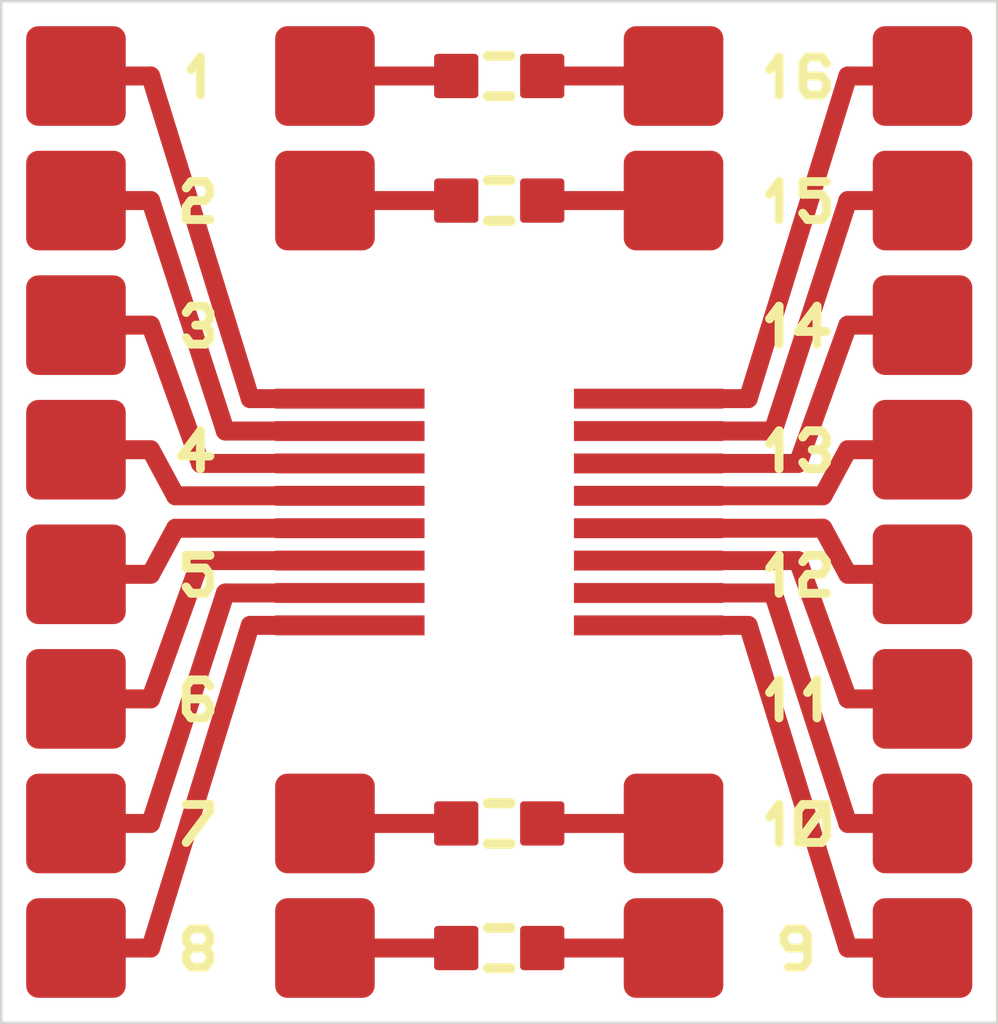
<source format=kicad_pcb>
(kicad_pcb
	(version 20241229)
	(generator "pcbnew")
	(generator_version "9.0")
	(general
		(thickness 1.6)
		(legacy_teardrops no)
	)
	(paper "A4")
	(layers
		(0 "F.Cu" signal)
		(2 "B.Cu" signal)
		(9 "F.Adhes" user "F.Adhesive")
		(11 "B.Adhes" user "B.Adhesive")
		(13 "F.Paste" user)
		(15 "B.Paste" user)
		(5 "F.SilkS" user "F.Silkscreen")
		(7 "B.SilkS" user "B.Silkscreen")
		(1 "F.Mask" user)
		(3 "B.Mask" user)
		(17 "Dwgs.User" user "User.Drawings")
		(19 "Cmts.User" user "User.Comments")
		(21 "Eco1.User" user "User.Eco1")
		(23 "Eco2.User" user "User.Eco2")
		(25 "Edge.Cuts" user)
		(27 "Margin" user)
		(31 "F.CrtYd" user "F.Courtyard")
		(29 "B.CrtYd" user "B.Courtyard")
	)
	(setup
		(pad_to_mask_clearance 0)
		(allow_soldermask_bridges_in_footprints no)
		(tenting front back)
		(pcbplotparams
			(layerselection 0x00000000_00000000_55555555_5755f5ff)
			(plot_on_all_layers_selection 0x00000000_00000000_00000000_00000000)
			(disableapertmacros no)
			(usegerberextensions no)
			(usegerberattributes yes)
			(usegerberadvancedattributes yes)
			(creategerberjobfile yes)
			(dashed_line_dash_ratio 12.000000)
			(dashed_line_gap_ratio 3.000000)
			(svgprecision 4)
			(plotframeref no)
			(mode 1)
			(useauxorigin no)
			(hpglpennumber 1)
			(hpglpenspeed 20)
			(hpglpendiameter 15.000000)
			(pdf_front_fp_property_popups yes)
			(pdf_back_fp_property_popups yes)
			(pdf_metadata yes)
			(pdf_single_document no)
			(dxfpolygonmode yes)
			(dxfimperialunits yes)
			(dxfusepcbnewfont yes)
			(psnegative no)
			(psa4output no)
			(plot_black_and_white yes)
			(sketchpadsonfab no)
			(plotpadnumbers no)
			(hidednponfab no)
			(sketchdnponfab yes)
			(crossoutdnponfab yes)
			(subtractmaskfromsilk no)
			(outputformat 1)
			(mirror no)
			(drillshape 1)
			(scaleselection 1)
			(outputdirectory "")
		)
	)
	(net 0 "")
	(gr_poly
		(pts
			(xy 2.30112 -0.50497) (xy 2.34839 -0.51929) (xy 2.3909 -0.54202) (xy 2.42773 -0.57227) (xy 2.45797 -0.6091)
			(xy 2.48071 -0.65161) (xy 2.49503 -0.69888) (xy 2.5 -0.75) (xy 2.5 -2.25) (xy 2.49503 -2.30112) (xy 2.48071 -2.34839)
			(xy 2.45797 -2.3909) (xy 2.42773 -2.42773) (xy 2.3909 -2.45798) (xy 2.34839 -2.48071) (xy 2.30112 -2.49503)
			(xy 2.25 -2.5) (xy 0.75 -2.5) (xy 0.69888 -2.49503) (xy 0.65161 -2.48071) (xy 0.6091 -2.45798) (xy 0.57227 -2.42773)
			(xy 0.54203 -2.3909) (xy 0.51929 -2.34839) (xy 0.50497 -2.30112) (xy 0.5 -2.25) (xy 0.5 -0.75) (xy 0.50497 -0.69888)
			(xy 0.51929 -0.65161) (xy 0.54203 -0.6091) (xy 0.57227 -0.57227) (xy 0.6091 -0.54202) (xy 0.65161 -0.51929)
			(xy 0.69888 -0.50497) (xy 0.75 -0.5) (xy 2.25 -0.5)
		)
		(stroke
			(width 0)
			(type solid)
		)
		(fill yes)
		(layer "F.Cu")
		(uuid "0202275b-a0e3-4822-b30c-8ec57bd46018")
	)
	(gr_poly
		(pts
			(xy 14.5 -12.075) (xy 11.5 -12.075) (xy 11.5 -11.675) (xy 14.5 -11.675)
		)
		(stroke
			(width 0)
			(type solid)
		)
		(fill yes)
		(layer "F.Cu")
		(uuid "058b484d-318a-44df-a207-ba57d33d9a42")
	)
	(gr_poly
		(pts
			(xy 14.5 -10.125) (xy 11.5 -10.125) (xy 11.5 -9.725) (xy 14.5 -9.725)
		)
		(stroke
			(width 0)
			(type solid)
		)
		(fill yes)
		(layer "F.Cu")
		(uuid "062e712b-fa55-4f14-82f3-537127a803d8")
	)
	(gr_poly
		(pts
			(xy 8.5 -10.775) (xy 5.5 -10.775) (xy 5.5 -10.375) (xy 8.5 -10.375)
		)
		(stroke
			(width 0)
			(type solid)
		)
		(fill yes)
		(layer "F.Cu")
		(uuid "0f760429-4c92-4959-af95-392fcbe3109c")
	)
	(gr_poly
		(pts
			(xy 14.5 -8.825) (xy 11.5 -8.825) (xy 11.5 -8.425) (xy 14.5 -8.425)
		)
		(stroke
			(width 0)
			(type solid)
		)
		(fill yes)
		(layer "F.Cu")
		(uuid "12c8e03b-1d5f-478b-b025-1a2c809ac2a0")
	)
	(gr_poly
		(pts
			(xy 11.24758 -1.05702) (xy 11.26199 -1.06138) (xy 11.27494 -1.06831) (xy 11.28617 -1.07753) (xy 11.29539 -1.08875)
			(xy 11.30232 -1.10171) (xy 11.30668 -1.11612) (xy 11.3082 -1.1317) (xy 11.3082 -1.8683) (xy 11.30668 -1.88388)
			(xy 11.30232 -1.89829) (xy 11.29539 -1.91125) (xy 11.28617 -1.92247) (xy 11.27494 -1.93169) (xy 11.26199 -1.93862)
			(xy 11.24758 -1.94298) (xy 11.232 -1.9445) (xy 10.4954 -1.9445) (xy 10.47982 -1.94298) (xy 10.46541 -1.93862)
			(xy 10.45246 -1.93169) (xy 10.44123 -1.92247) (xy 10.43201 -1.91125) (xy 10.42508 -1.89829) (xy 10.42072 -1.88388)
			(xy 10.4192 -1.8683) (xy 10.4192 -1.1317) (xy 10.42072 -1.11612) (xy 10.42508 -1.10171) (xy 10.43201 -1.08875)
			(xy 10.44123 -1.07753) (xy 10.45246 -1.06831) (xy 10.46541 -1.06138) (xy 10.47982 -1.05702) (xy 10.4954 -1.0555)
			(xy 11.232 -1.0555)
		)
		(stroke
			(width 0)
			(type solid)
		)
		(fill yes)
		(layer "F.Cu")
		(uuid "2135b66b-1a73-4344-9700-590380bd814f")
	)
	(gr_poly
		(pts
			(xy 11.24758 -16.05702) (xy 11.26199 -16.06138) (xy 11.27494 -16.06831) (xy 11.28617 -16.07753) (xy 11.29539 -16.08875)
			(xy 11.30232 -16.10171) (xy 11.30668 -16.11612) (xy 11.3082 -16.1317) (xy 11.3082 -16.8683) (xy 11.30668 -16.88388)
			(xy 11.30232 -16.89829) (xy 11.29539 -16.91125) (xy 11.28617 -16.92247) (xy 11.27494 -16.93169) (xy 11.26199 -16.93862)
			(xy 11.24758 -16.94298) (xy 11.232 -16.9445) (xy 10.4954 -16.9445) (xy 10.47982 -16.94298) (xy 10.46541 -16.93862)
			(xy 10.45246 -16.93169) (xy 10.44123 -16.92247) (xy 10.43201 -16.91125) (xy 10.42508 -16.89829) (xy 10.42072 -16.88388)
			(xy 10.4192 -16.8683) (xy 10.4192 -16.1317) (xy 10.42072 -16.11612) (xy 10.42508 -16.10171) (xy 10.43201 -16.08875)
			(xy 10.44123 -16.07753) (xy 10.45246 -16.06831) (xy 10.46541 -16.06138) (xy 10.47982 -16.05702) (xy 10.4954 -16.0555)
			(xy 11.232 -16.0555)
		)
		(stroke
			(width 0)
			(type solid)
		)
		(fill yes)
		(layer "F.Cu")
		(uuid "2d966e79-f3c5-4f9b-807e-69413c29693d")
	)
	(gr_poly
		(pts
			(xy 14.5 -9.475) (xy 11.5 -9.475) (xy 11.5 -9.075) (xy 14.5 -9.075)
		)
		(stroke
			(width 0)
			(type solid)
		)
		(fill yes)
		(layer "F.Cu")
		(uuid "2fbd0df0-c8df-4b1a-a3bd-e66175e694f5")
	)
	(gr_poly
		(pts
			(xy 19.30112 -18.00497) (xy 19.34839 -18.01929) (xy 19.3909 -18.04202) (xy 19.42773 -18.07227) (xy 19.45797 -18.1091)
			(xy 19.48071 -18.15161) (xy 19.49503 -18.19888) (xy 19.5 -18.25) (xy 19.5 -19.75) (xy 19.49503 -19.80112)
			(xy 19.48071 -19.84839) (xy 19.45797 -19.8909) (xy 19.42773 -19.92773) (xy 19.3909 -19.95798) (xy 19.34839 -19.98071)
			(xy 19.30112 -19.99503) (xy 19.25 -20) (xy 17.75 -20) (xy 17.69888 -19.99503) (xy 17.65161 -19.98071)
			(xy 17.6091 -19.95798) (xy 17.57227 -19.92773) (xy 17.54203 -19.8909) (xy 17.51929 -19.84839) (xy 17.50497 -19.80112)
			(xy 17.5 -19.75) (xy 17.5 -18.25) (xy 17.50497 -18.19888) (xy 17.51929 -18.15161) (xy 17.54203 -18.1091)
			(xy 17.57227 -18.07227) (xy 17.6091 -18.04202) (xy 17.65161 -18.01929) (xy 17.69888 -18.00497) (xy 17.75 -18)
			(xy 19.25 -18)
		)
		(stroke
			(width 0)
			(type solid)
		)
		(fill yes)
		(layer "F.Cu")
		(uuid "2fcb2fec-3833-4aea-9dfe-9f3af376c720")
	)
	(gr_poly
		(pts
			(xy 19.30112 -8.00497) (xy 19.34839 -8.01929) (xy 19.3909 -8.04202) (xy 19.42773 -8.07227) (xy 19.45797 -8.1091)
			(xy 19.48071 -8.15161) (xy 19.49503 -8.19888) (xy 19.5 -8.25) (xy 19.5 -9.75) (xy 19.49503 -9.80112)
			(xy 19.48071 -9.84839) (xy 19.45797 -9.8909) (xy 19.42773 -9.92773) (xy 19.3909 -9.95798) (xy 19.34839 -9.98071)
			(xy 19.30112 -9.99503) (xy 19.25 -10) (xy 17.75 -10) (xy 17.69888 -9.99503) (xy 17.65161 -9.98071)
			(xy 17.6091 -9.95798) (xy 17.57227 -9.92773) (xy 17.54203 -9.8909) (xy 17.51929 -9.84839) (xy 17.50497 -9.80112)
			(xy 17.5 -9.75) (xy 17.5 -8.25) (xy 17.50497 -8.19888) (xy 17.51929 -8.15161) (xy 17.54203 -8.1091)
			(xy 17.57227 -8.07227) (xy 17.6091 -8.04202) (xy 17.65161 -8.01929) (xy 17.69888 -8.00497) (xy 17.75 -8)
			(xy 19.25 -8)
		)
		(stroke
			(width 0)
			(type solid)
		)
		(fill yes)
		(layer "F.Cu")
		(uuid "41141507-7b0a-42b0-a487-805e5e6d28cb")
	)
	(gr_poly
		(pts
			(xy 14.5 -10.775) (xy 11.5 -10.775) (xy 11.5 -10.375) (xy 14.5 -10.375)
		)
		(stroke
			(width 0)
			(type solid)
		)
		(fill yes)
		(layer "F.Cu")
		(uuid "43f14fbe-a311-497f-a32d-e30b1527a2a8")
	)
	(gr_poly
		(pts
			(xy 14.5 -11.425) (xy 11.5 -11.425) (xy 11.5 -11.025) (xy 14.5 -11.025)
		)
		(stroke
			(width 0)
			(type solid)
		)
		(fill yes)
		(layer "F.Cu")
		(uuid "47c4e609-a459-4e83-aadf-b1f89a4ae271")
	)
	(gr_poly
		(pts
			(xy 19.30112 -10.50497) (xy 19.34839 -10.51929) (xy 19.3909 -10.54202) (xy 19.42773 -10.57227) (xy 19.45797 -10.6091)
			(xy 19.48071 -10.65161) (xy 19.49503 -10.69888) (xy 19.5 -10.75) (xy 19.5 -12.25) (xy 19.49503 -12.30112)
			(xy 19.48071 -12.34839) (xy 19.45797 -12.3909) (xy 19.42773 -12.42773) (xy 19.3909 -12.45798) (xy 19.34839 -12.48071)
			(xy 19.30112 -12.49503) (xy 19.25 -12.5) (xy 17.75 -12.5) (xy 17.69888 -12.49503) (xy 17.65161 -12.48071)
			(xy 17.6091 -12.45798) (xy 17.57227 -12.42773) (xy 17.54203 -12.3909) (xy 17.51929 -12.34839) (xy 17.50497 -12.30112)
			(xy 17.5 -12.25) (xy 17.5 -10.75) (xy 17.50497 -10.69888) (xy 17.51929 -10.65161) (xy 17.54203 -10.6091)
			(xy 17.57227 -10.57227) (xy 17.6091 -10.54202) (xy 17.65161 -10.51929) (xy 17.69888 -10.50497) (xy 17.75 -10.5)
			(xy 19.25 -10.5)
		)
		(stroke
			(width 0)
			(type solid)
		)
		(fill yes)
		(layer "F.Cu")
		(uuid "534b260d-d83b-49d2-96da-429e189f240c")
	)
	(gr_poly
		(pts
			(xy 7.30112 -0.50497) (xy 7.34839 -0.51929) (xy 7.3909 -0.54202) (xy 7.42773 -0.57227) (xy 7.45797 -0.6091)
			(xy 7.48071 -0.65161) (xy 7.49503 -0.69888) (xy 7.5 -0.75) (xy 7.5 -2.25) (xy 7.49503 -2.30112) (xy 7.48071 -2.34839)
			(xy 7.45797 -2.3909) (xy 7.42773 -2.42773) (xy 7.3909 -2.45798) (xy 7.34839 -2.48071) (xy 7.30112 -2.49503)
			(xy 7.25 -2.5) (xy 5.75 -2.5) (xy 5.69888 -2.49503) (xy 5.65161 -2.48071) (xy 5.6091 -2.45798) (xy 5.57227 -2.42773)
			(xy 5.54203 -2.3909) (xy 5.51929 -2.34839) (xy 5.50497 -2.30112) (xy 5.5 -2.25) (xy 5.5 -0.75) (xy 5.50497 -0.69888)
			(xy 5.51929 -0.65161) (xy 5.54203 -0.6091) (xy 5.57227 -0.57227) (xy 5.6091 -0.54202) (xy 5.65161 -0.51929)
			(xy 5.69888 -0.50497) (xy 5.75 -0.5) (xy 7.25 -0.5)
		)
		(stroke
			(width 0)
			(type solid)
		)
		(fill yes)
		(layer "F.Cu")
		(uuid "5765895a-9a2d-4544-96e8-eb589ecfa713")
	)
	(gr_poly
		(pts
			(xy 8.5 -8.825) (xy 5.5 -8.825) (xy 5.5 -8.425) (xy 8.5 -8.425)
		)
		(stroke
			(width 0)
			(type solid)
		)
		(fill yes)
		(layer "F.Cu")
		(uuid "5a54b808-c9f5-4eeb-888b-22f9c2e92601")
	)
	(gr_poly
		(pts
			(xy 19.30112 -5.50497) (xy 19.34839 -5.51929) (xy 19.3909 -5.54202) (xy 19.42773 -5.57227) (xy 19.45797 -5.6091)
			(xy 19.48071 -5.65161) (xy 19.49503 -5.69888) (xy 19.5 -5.75) (xy 19.5 -7.25) (xy 19.49503 -7.30112)
			(xy 19.48071 -7.34839) (xy 19.45797 -7.3909) (xy 19.42773 -7.42773) (xy 19.3909 -7.45798) (xy 19.34839 -7.48071)
			(xy 19.30112 -7.49503) (xy 19.25 -7.5) (xy 17.75 -7.5) (xy 17.69888 -7.49503) (xy 17.65161 -7.48071)
			(xy 17.6091 -7.45798) (xy 17.57227 -7.42773) (xy 17.54203 -7.3909) (xy 17.51929 -7.34839) (xy 17.50497 -7.30112)
			(xy 17.5 -7.25) (xy 17.5 -5.75) (xy 17.50497 -5.69888) (xy 17.51929 -5.65161) (xy 17.54203 -5.6091)
			(xy 17.57227 -5.57227) (xy 17.6091 -5.54202) (xy 17.65161 -5.51929) (xy 17.69888 -5.50497) (xy 17.75 -5.5)
			(xy 19.25 -5.5)
		)
		(stroke
			(width 0)
			(type solid)
		)
		(fill yes)
		(layer "F.Cu")
		(uuid "5b3445e3-ed9c-49f8-8a2f-d6b0ee593a65")
	)
	(gr_poly
		(pts
			(xy 2.30112 -3.00497) (xy 2.34839 -3.01929) (xy 2.3909 -3.04202) (xy 2.42773 -3.07227) (xy 2.45797 -3.1091)
			(xy 2.48071 -3.15161) (xy 2.49503 -3.19888) (xy 2.5 -3.25) (xy 2.5 -4.75) (xy 2.49503 -4.80112) (xy 2.48071 -4.84839)
			(xy 2.45797 -4.8909) (xy 2.42773 -4.92773) (xy 2.3909 -4.95798) (xy 2.34839 -4.98071) (xy 2.30112 -4.99503)
			(xy 2.25 -5) (xy 0.75 -5) (xy 0.69888 -4.99503) (xy 0.65161 -4.98071) (xy 0.6091 -4.95798) (xy 0.57227 -4.92773)
			(xy 0.54203 -4.8909) (xy 0.51929 -4.84839) (xy 0.50497 -4.80112) (xy 0.5 -4.75) (xy 0.5 -3.25) (xy 0.50497 -3.19888)
			(xy 0.51929 -3.15161) (xy 0.54203 -3.1091) (xy 0.57227 -3.07227) (xy 0.6091 -3.04202) (xy 0.65161 -3.01929)
			(xy 0.69888 -3.00497) (xy 0.75 -3) (xy 2.25 -3)
		)
		(stroke
			(width 0)
			(type solid)
		)
		(fill yes)
		(layer "F.Cu")
		(uuid "5d7dc4e7-734c-418d-bd97-9ace80086983")
	)
	(gr_poly
		(pts
			(xy 19.30112 -13.00497) (xy 19.34839 -13.01929) (xy 19.3909 -13.04202) (xy 19.42773 -13.07227) (xy 19.45797 -13.1091)
			(xy 19.48071 -13.15161) (xy 19.49503 -13.19888) (xy 19.5 -13.25) (xy 19.5 -14.75) (xy 19.49503 -14.80112)
			(xy 19.48071 -14.84839) (xy 19.45797 -14.8909) (xy 19.42773 -14.92773) (xy 19.3909 -14.95798) (xy 19.34839 -14.98071)
			(xy 19.30112 -14.99503) (xy 19.25 -15) (xy 17.75 -15) (xy 17.69888 -14.99503) (xy 17.65161 -14.98071)
			(xy 17.6091 -14.95798) (xy 17.57227 -14.92773) (xy 17.54203 -14.8909) (xy 17.51929 -14.84839) (xy 17.50497 -14.80112)
			(xy 17.5 -14.75) (xy 17.5 -13.25) (xy 17.50497 -13.19888) (xy 17.51929 -13.15161) (xy 17.54203 -13.1091)
			(xy 17.57227 -13.07227) (xy 17.6091 -13.04202) (xy 17.65161 -13.01929) (xy 17.69888 -13.00497) (xy 17.75 -13)
			(xy 19.25 -13)
		)
		(stroke
			(width 0)
			(type solid)
		)
		(fill yes)
		(layer "F.Cu")
		(uuid "6420448b-62c7-48da-9ae2-b08d476d49ee")
	)
	(gr_poly
		(pts
			(xy 14.30112 -0.50497) (xy 14.34839 -0.51929) (xy 14.3909 -0.54202) (xy 14.42773 -0.57227) (xy 14.45797 -0.6091)
			(xy 14.48071 -0.65161) (xy 14.49503 -0.69888) (xy 14.5 -0.75) (xy 14.5 -2.25) (xy 14.49503 -2.30112)
			(xy 14.48071 -2.34839) (xy 14.45797 -2.3909) (xy 14.42773 -2.42773) (xy 14.3909 -2.45798) (xy 14.34839 -2.48071)
			(xy 14.30112 -2.49503) (xy 14.25 -2.5) (xy 12.75 -2.5) (xy 12.69888 -2.49503) (xy 12.65161 -2.48071)
			(xy 12.6091 -2.45798) (xy 12.57227 -2.42773) (xy 12.54203 -2.3909) (xy 12.51929 -2.34839) (xy 12.50497 -2.30112)
			(xy 12.5 -2.25) (xy 12.5 -0.75) (xy 12.50497 -0.69888) (xy 12.51929 -0.65161) (xy 12.54203 -0.6091)
			(xy 12.57227 -0.57227) (xy 12.6091 -0.54202) (xy 12.65161 -0.51929) (xy 12.69888 -0.50497) (xy 12.75 -0.5)
			(xy 14.25 -0.5)
		)
		(stroke
			(width 0)
			(type solid)
		)
		(fill yes)
		(layer "F.Cu")
		(uuid "64302933-59d9-4eb9-bb69-3f0adc109c91")
	)
	(gr_poly
		(pts
			(xy 8.5 -9.475) (xy 5.5 -9.475) (xy 5.5 -9.075) (xy 8.5 -9.075)
		)
		(stroke
			(width 0)
			(type solid)
		)
		(fill yes)
		(layer "F.Cu")
		(uuid "6b203723-dd25-4583-816c-4b01e4cabbdc")
	)
	(gr_poly
		(pts
			(xy 2.30112 -8.00497) (xy 2.34839 -8.01929) (xy 2.3909 -8.04202) (xy 2.42773 -8.07227) (xy 2.45797 -8.1091)
			(xy 2.48071 -8.15161) (xy 2.49503 -8.19888) (xy 2.5 -8.25) (xy 2.5 -9.75) (xy 2.49503 -9.80112) (xy 2.48071 -9.84839)
			(xy 2.45797 -9.8909) (xy 2.42773 -9.92773) (xy 2.3909 -9.95798) (xy 2.34839 -9.98071) (xy 2.30112 -9.99503)
			(xy 2.25 -10) (xy 0.75 -10) (xy 0.69888 -9.99503) (xy 0.65161 -9.98071) (xy 0.6091 -9.95798) (xy 0.57227 -9.92773)
			(xy 0.54203 -9.8909) (xy 0.51929 -9.84839) (xy 0.50497 -9.80112) (xy 0.5 -9.75) (xy 0.5 -8.25) (xy 0.50497 -8.19888)
			(xy 0.51929 -8.15161) (xy 0.54203 -8.1091) (xy 0.57227 -8.07227) (xy 0.6091 -8.04202) (xy 0.65161 -8.01929)
			(xy 0.69888 -8.00497) (xy 0.75 -8) (xy 2.25 -8)
		)
		(stroke
			(width 0)
			(type solid)
		)
		(fill yes)
		(layer "F.Cu")
		(uuid "77c43673-3584-4bd3-a792-c95db5f15f16")
	)
	(gr_poly
		(pts
			(xy 11.24758 -18.55702) (xy 11.26199 -18.56138) (xy 11.27494 -18.56831) (xy 11.28617 -18.57753) (xy 11.29539 -18.58875)
			(xy 11.30232 -18.60171) (xy 11.30668 -18.61612) (xy 11.3082 -18.6317) (xy 11.3082 -19.3683) (xy 11.30668 -19.38388)
			(xy 11.30232 -19.39829) (xy 11.29539 -19.41125) (xy 11.28617 -19.42247) (xy 11.27494 -19.43169) (xy 11.26199 -19.43862)
			(xy 11.24758 -19.44298) (xy 11.232 -19.4445) (xy 10.4954 -19.4445) (xy 10.47982 -19.44298) (xy 10.46541 -19.43862)
			(xy 10.45246 -19.43169) (xy 10.44123 -19.42247) (xy 10.43201 -19.41125) (xy 10.42508 -19.39829) (xy 10.42072 -19.38388)
			(xy 10.4192 -19.3683) (xy 10.4192 -18.6317) (xy 10.42072 -18.61612) (xy 10.42508 -18.60171) (xy 10.43201 -18.58875)
			(xy 10.44123 -18.57753) (xy 10.45246 -18.56831) (xy 10.46541 -18.56138) (xy 10.47982 -18.55702) (xy 10.4954 -18.5555)
			(xy 11.232 -18.5555)
		)
		(stroke
			(width 0)
			(type solid)
		)
		(fill yes)
		(layer "F.Cu")
		(uuid "79ccdf80-5644-4bf3-82d6-05a55b7f64f7")
	)
	(gr_poly
		(pts
			(xy 9.52038 -18.55702) (xy 9.53479 -18.56138) (xy 9.54774 -18.56831) (xy 9.55897 -18.57753) (xy 9.56819 -18.58875)
			(xy 9.57512 -18.60171) (xy 9.57948 -18.61612) (xy 9.581 -18.6317) (xy 9.581 -19.3683) (xy 9.57948 -19.38388)
			(xy 9.57512 -19.39829) (xy 9.56819 -19.41125) (xy 9.55897 -19.42247) (xy 9.54774 -19.43169) (xy 9.53479 -19.43862)
			(xy 9.52038 -19.44298) (xy 9.5048 -19.4445) (xy 8.7682 -19.4445) (xy 8.75262 -19.44298) (xy 8.73821 -19.43862)
			(xy 8.72526 -19.43169) (xy 8.71403 -19.42247) (xy 8.70481 -19.41125) (xy 8.69788 -19.39829) (xy 8.69352 -19.38388)
			(xy 8.692 -19.3683) (xy 8.692 -18.6317) (xy 8.69352 -18.61612) (xy 8.69788 -18.60171) (xy 8.70481 -18.58875)
			(xy 8.71403 -18.57753) (xy 8.72526 -18.56831) (xy 8.73821 -18.56138) (xy 8.75262 -18.55702) (xy 8.7682 -18.5555)
			(xy 9.5048 -18.5555)
		)
		(stroke
			(width 0)
			(type solid)
		)
		(fill yes)
		(layer "F.Cu")
		(uuid "82068681-f8c8-4b82-94d7-dac1a13abe16")
	)
	(gr_poly
		(pts
			(xy 11.24758 -3.55702) (xy 11.26199 -3.56138) (xy 11.27494 -3.56831) (xy 11.28617 -3.57753) (xy 11.29539 -3.58875)
			(xy 11.30232 -3.60171) (xy 11.30668 -3.61612) (xy 11.3082 -3.6317) (xy 11.3082 -4.3683) (xy 11.30668 -4.38388)
			(xy 11.30232 -4.39829) (xy 11.29539 -4.41125) (xy 11.28617 -4.42247) (xy 11.27494 -4.43169) (xy 11.26199 -4.43862)
			(xy 11.24758 -4.44298) (xy 11.232 -4.4445) (xy 10.4954 -4.4445) (xy 10.47982 -4.44298) (xy 10.46541 -4.43862)
			(xy 10.45246 -4.43169) (xy 10.44123 -4.42247) (xy 10.43201 -4.41125) (xy 10.42508 -4.39829) (xy 10.42072 -4.38388)
			(xy 10.4192 -4.3683) (xy 10.4192 -3.6317) (xy 10.42072 -3.61612) (xy 10.42508 -3.60171) (xy 10.43201 -3.58875)
			(xy 10.44123 -3.57753) (xy 10.45246 -3.56831) (xy 10.46541 -3.56138) (xy 10.47982 -3.55702) (xy 10.4954 -3.5555)
			(xy 11.232 -3.5555)
		)
		(stroke
			(width 0)
			(type solid)
		)
		(fill yes)
		(layer "F.Cu")
		(uuid "89575efe-6f25-4cde-bfbd-63b09dbab59c")
	)
	(gr_poly
		(pts
			(xy 14.30112 -3.00497) (xy 14.34839 -3.01929) (xy 14.3909 -3.04202) (xy 14.42773 -3.07227) (xy 14.45797 -3.1091)
			(xy 14.48071 -3.15161) (xy 14.49503 -3.19888) (xy 14.5 -3.25) (xy 14.5 -4.75) (xy 14.49503 -4.80112)
			(xy 14.48071 -4.84839) (xy 14.45797 -4.8909) (xy 14.42773 -4.92773) (xy 14.3909 -4.95798) (xy 14.34839 -4.98071)
			(xy 14.30112 -4.99503) (xy 14.25 -5) (xy 12.75 -5) (xy 12.69888 -4.99503) (xy 12.65161 -4.98071)
			(xy 12.6091 -4.95798) (xy 12.57227 -4.92773) (xy 12.54203 -4.8909) (xy 12.51929 -4.84839) (xy 12.50497 -4.80112)
			(xy 12.5 -4.75) (xy 12.5 -3.25) (xy 12.50497 -3.19888) (xy 12.51929 -3.15161) (xy 12.54203 -3.1091)
			(xy 12.57227 -3.07227) (xy 12.6091 -3.04202) (xy 12.65161 -3.01929) (xy 12.69888 -3.00497) (xy 12.75 -3)
			(xy 14.25 -3)
		)
		(stroke
			(width 0)
			(type solid)
		)
		(fill yes)
		(layer "F.Cu")
		(uuid "9708c4d9-3bb8-4fbe-b3f1-4c7b4432f4e7")
	)
	(gr_poly
		(pts
			(xy 19.30112 -3.00497) (xy 19.34839 -3.01929) (xy 19.3909 -3.04202) (xy 19.42773 -3.07227) (xy 19.45797 -3.1091)
			(xy 19.48071 -3.15161) (xy 19.49503 -3.19888) (xy 19.5 -3.25) (xy 19.5 -4.75) (xy 19.49503 -4.80112)
			(xy 19.48071 -4.84839) (xy 19.45797 -4.8909) (xy 19.42773 -4.92773) (xy 19.3909 -4.95798) (xy 19.34839 -4.98071)
			(xy 19.30112 -4.99503) (xy 19.25 -5) (xy 17.75 -5) (xy 17.69888 -4.99503) (xy 17.65161 -4.98071)
			(xy 17.6091 -4.95798) (xy 17.57227 -4.92773) (xy 17.54203 -4.8909) (xy 17.51929 -4.84839) (xy 17.50497 -4.80112)
			(xy 17.5 -4.75) (xy 17.5 -3.25) (xy 17.50497 -3.19888) (xy 17.51929 -3.15161) (xy 17.54203 -3.1091)
			(xy 17.57227 -3.07227) (xy 17.6091 -3.04202) (xy 17.65161 -3.01929) (xy 17.69888 -3.00497) (xy 17.75 -3)
			(xy 19.25 -3)
		)
		(stroke
			(width 0)
			(type solid)
		)
		(fill yes)
		(layer "F.Cu")
		(uuid "97308395-3b5c-4579-a5f3-6b16517907b0")
	)
	(gr_poly
		(pts
			(xy 7.30112 -3.00497) (xy 7.34839 -3.01929) (xy 7.3909 -3.04202) (xy 7.42773 -3.07227) (xy 7.45797 -3.1091)
			(xy 7.48071 -3.15161) (xy 7.49503 -3.19888) (xy 7.5 -3.25) (xy 7.5 -4.75) (xy 7.49503 -4.80112) (xy 7.48071 -4.84839)
			(xy 7.45797 -4.8909) (xy 7.42773 -4.92773) (xy 7.3909 -4.95798) (xy 7.34839 -4.98071) (xy 7.30112 -4.99503)
			(xy 7.25 -5) (xy 5.75 -5) (xy 5.69888 -4.99503) (xy 5.65161 -4.98071) (xy 5.6091 -4.95798) (xy 5.57227 -4.92773)
			(xy 5.54203 -4.8909) (xy 5.51929 -4.84839) (xy 5.50497 -4.80112) (xy 5.5 -4.75) (xy 5.5 -3.25) (xy 5.50497 -3.19888)
			(xy 5.51929 -3.15161) (xy 5.54203 -3.1091) (xy 5.57227 -3.07227) (xy 5.6091 -3.04202) (xy 5.65161 -3.01929)
			(xy 5.69888 -3.00497) (xy 5.75 -3) (xy 7.25 -3)
		)
		(stroke
			(width 0)
			(type solid)
		)
		(fill yes)
		(layer "F.Cu")
		(uuid "97889568-4d5f-49de-89ea-454a7bc0d235")
	)
	(gr_poly
		(pts
			(xy 2.30112 -15.50497) (xy 2.34839 -15.51929) (xy 2.3909 -15.54202) (xy 2.42773 -15.57227) (xy 2.45797 -15.6091)
			(xy 2.48071 -15.65161) (xy 2.49503 -15.69888) (xy 2.5 -15.75) (xy 2.5 -17.25) (xy 2.49503 -17.30112)
			(xy 2.48071 -17.34839) (xy 2.45797 -17.3909) (xy 2.42773 -17.42773) (xy 2.3909 -17.45798) (xy 2.34839 -17.48071)
			(xy 2.30112 -17.49503) (xy 2.25 -17.5) (xy 0.75 -17.5) (xy 0.69888 -17.49503) (xy 0.65161 -17.48071)
			(xy 0.6091 -17.45798) (xy 0.57227 -17.42773) (xy 0.54203 -17.3909) (xy 0.51929 -17.34839) (xy 0.50497 -17.30112)
			(xy 0.5 -17.25) (xy 0.5 -15.75) (xy 0.50497 -15.69888) (xy 0.51929 -15.65161) (xy 0.54203 -15.6091)
			(xy 0.57227 -15.57227) (xy 0.6091 -15.54202) (xy 0.65161 -15.51929) (xy 0.69888 -15.50497) (xy 0.75 -15.5)
			(xy 2.25 -15.5)
		)
		(stroke
			(width 0)
			(type solid)
		)
		(fill yes)
		(layer "F.Cu")
		(uuid "9e30758a-fc87-4dc9-a9e0-523ac595201f")
	)
	(gr_poly
		(pts
			(xy 2.30112 -18.00497) (xy 2.34839 -18.01929) (xy 2.3909 -18.04202) (xy 2.42773 -18.07227) (xy 2.45797 -18.1091)
			(xy 2.48071 -18.15161) (xy 2.49503 -18.19888) (xy 2.5 -18.25) (xy 2.5 -19.75) (xy 2.49503 -19.80112)
			(xy 2.48071 -19.84839) (xy 2.45797 -19.8909) (xy 2.42773 -19.92773) (xy 2.3909 -19.95798) (xy 2.34839 -19.98071)
			(xy 2.30112 -19.99503) (xy 2.25 -20) (xy 0.75 -20) (xy 0.69888 -19.99503) (xy 0.65161 -19.98071)
			(xy 0.6091 -19.95798) (xy 0.57227 -19.92773) (xy 0.54203 -19.8909) (xy 0.51929 -19.84839) (xy 0.50497 -19.80112)
			(xy 0.5 -19.75) (xy 0.5 -18.25) (xy 0.50497 -18.19888) (xy 0.51929 -18.15161) (xy 0.54203 -18.1091)
			(xy 0.57227 -18.07227) (xy 0.6091 -18.04202) (xy 0.65161 -18.01929) (xy 0.69888 -18.00497) (xy 0.75 -18)
			(xy 2.25 -18)
		)
		(stroke
			(width 0)
			(type solid)
		)
		(fill yes)
		(layer "F.Cu")
		(uuid "a12b6820-dfbf-45fb-99c2-d8a8cf1227de")
	)
	(gr_poly
		(pts
			(xy 8.5 -11.425) (xy 5.5 -11.425) (xy 5.5 -11.025) (xy 8.5 -11.025)
		)
		(stroke
			(width 0)
			(type solid)
		)
		(fill yes)
		(layer "F.Cu")
		(uuid "a2098aa4-f60e-4f82-900f-22c72a02a596")
	)
	(gr_poly
		(pts
			(xy 9.52038 -16.05702) (xy 9.53479 -16.06138) (xy 9.54774 -16.06831) (xy 9.55897 -16.07753) (xy 9.56819 -16.08875)
			(xy 9.57512 -16.10171) (xy 9.57948 -16.11612) (xy 9.581 -16.1317) (xy 9.581 -16.8683) (xy 9.57948 -16.88388)
			(xy 9.57512 -16.89829) (xy 9.56819 -16.91125) (xy 9.55897 -16.92247) (xy 9.54774 -16.93169) (xy 9.53479 -16.93862)
			(xy 9.52038 -16.94298) (xy 9.5048 -16.9445) (xy 8.7682 -16.9445) (xy 8.75262 -16.94298) (xy 8.73821 -16.93862)
			(xy 8.72526 -16.93169) (xy 8.71403 -16.92247) (xy 8.70481 -16.91125) (xy 8.69788 -16.89829) (xy 8.69352 -16.88388)
			(xy 8.692 -16.8683) (xy 8.692 -16.1317) (xy 8.69352 -16.11612) (xy 8.69788 -16.10171) (xy 8.70481 -16.08875)
			(xy 8.71403 -16.07753) (xy 8.72526 -16.06831) (xy 8.73821 -16.06138) (xy 8.75262 -16.05702) (xy 8.7682 -16.0555)
			(xy 9.5048 -16.0555)
		)
		(stroke
			(width 0)
			(type solid)
		)
		(fill yes)
		(layer "F.Cu")
		(uuid "ac022c36-2355-47d5-8aa9-853839ea5bb9")
	)
	(gr_poly
		(pts
			(xy 7.30112 -15.50497) (xy 7.34839 -15.51929) (xy 7.3909 -15.54202) (xy 7.42773 -15.57227) (xy 7.45797 -15.6091)
			(xy 7.48071 -15.65161) (xy 7.49503 -15.69888) (xy 7.5 -15.75) (xy 7.5 -17.25) (xy 7.49503 -17.30112)
			(xy 7.48071 -17.34839) (xy 7.45797 -17.3909) (xy 7.42773 -17.42773) (xy 7.3909 -17.45798) (xy 7.34839 -17.48071)
			(xy 7.30112 -17.49503) (xy 7.25 -17.5) (xy 5.75 -17.5) (xy 5.69888 -17.49503) (xy 5.65161 -17.48071)
			(xy 5.6091 -17.45798) (xy 5.57227 -17.42773) (xy 5.54203 -17.3909) (xy 5.51929 -17.34839) (xy 5.50497 -17.30112)
			(xy 5.5 -17.25) (xy 5.5 -15.75) (xy 5.50497 -15.69888) (xy 5.51929 -15.65161) (xy 5.54203 -15.6091)
			(xy 5.57227 -15.57227) (xy 5.6091 -15.54202) (xy 5.65161 -15.51929) (xy 5.69888 -15.50497) (xy 5.75 -15.5)
			(xy 7.25 -15.5)
		)
		(stroke
			(width 0)
			(type solid)
		)
		(fill yes)
		(layer "F.Cu")
		(uuid "af3d400a-bf7e-444f-8c78-6be661c727c0")
	)
	(gr_poly
		(pts
			(xy 14.5 -12.725) (xy 11.5 -12.725) (xy 11.5 -12.325) (xy 14.5 -12.325)
		)
		(stroke
			(width 0)
			(type solid)
		)
		(fill yes)
		(layer "F.Cu")
		(uuid "b0ff91b7-cee4-41e4-8c57-6acb6bfef131")
	)
	(gr_poly
		(pts
			(xy 14.30112 -15.50497) (xy 14.34839 -15.51929) (xy 14.3909 -15.54202) (xy 14.42773 -15.57227) (xy 14.45797 -15.6091)
			(xy 14.48071 -15.65161) (xy 14.49503 -15.69888) (xy 14.5 -15.75) (xy 14.5 -17.25) (xy 14.49503 -17.30112)
			(xy 14.48071 -17.34839) (xy 14.45797 -17.3909) (xy 14.42773 -17.42773) (xy 14.3909 -17.45798) (xy 14.34839 -17.48071)
			(xy 14.30112 -17.49503) (xy 14.25 -17.5) (xy 12.75 -17.5) (xy 12.69888 -17.49503) (xy 12.65161 -17.48071)
			(xy 12.6091 -17.45798) (xy 12.57227 -17.42773) (xy 12.54203 -17.3909) (xy 12.51929 -17.34839) (xy 12.50497 -17.30112)
			(xy 12.5 -17.25) (xy 12.5 -15.75) (xy 12.50497 -15.69888) (xy 12.51929 -15.65161) (xy 12.54203 -15.6091)
			(xy 12.57227 -15.57227) (xy 12.6091 -15.54202) (xy 12.65161 -15.51929) (xy 12.69888 -15.50497) (xy 12.75 -15.5)
			(xy 14.25 -15.5)
		)
		(stroke
			(width 0)
			(type solid)
		)
		(fill yes)
		(layer "F.Cu")
		(uuid "b5013120-02f4-4e53-b621-f08809e8b3b8")
	)
	(gr_poly
		(pts
			(xy 8.5 -12.725) (xy 5.5 -12.725) (xy 5.5 -12.325) (xy 8.5 -12.325)
		)
		(stroke
			(width 0)
			(type solid)
		)
		(fill yes)
		(layer "F.Cu")
		(uuid "c06dc73c-89b0-4dff-8dca-782091e39de2")
	)
	(gr_poly
		(pts
			(xy 19.30112 -15.50497) (xy 19.34839 -15.51929) (xy 19.3909 -15.54202) (xy 19.42773 -15.57227) (xy 19.45797 -15.6091)
			(xy 19.48071 -15.65161) (xy 19.49503 -15.69888) (xy 19.5 -15.75) (xy 19.5 -17.25) (xy 19.49503 -17.30112)
			(xy 19.48071 -17.34839) (xy 19.45797 -17.3909) (xy 19.42773 -17.42773) (xy 19.3909 -17.45798) (xy 19.34839 -17.48071)
			(xy 19.30112 -17.49503) (xy 19.25 -17.5) (xy 17.75 -17.5) (xy 17.69888 -17.49503) (xy 17.65161 -17.48071)
			(xy 17.6091 -17.45798) (xy 17.57227 -17.42773) (xy 17.54203 -17.3909) (xy 17.51929 -17.34839) (xy 17.50497 -17.30112)
			(xy 17.5 -17.25) (xy 17.5 -15.75) (xy 17.50497 -15.69888) (xy 17.51929 -15.65161) (xy 17.54203 -15.6091)
			(xy 17.57227 -15.57227) (xy 17.6091 -15.54202) (xy 17.65161 -15.51929) (xy 17.69888 -15.50497) (xy 17.75 -15.5)
			(xy 19.25 -15.5)
		)
		(stroke
			(width 0)
			(type solid)
		)
		(fill yes)
		(layer "F.Cu")
		(uuid "c7712eb6-82de-4d01-a2b7-6f838f23a0dd")
	)
	(gr_poly
		(pts
			(xy 14.5 -8.175) (xy 11.5 -8.175) (xy 11.5 -7.775) (xy 14.5 -7.775)
		)
		(stroke
			(width 0)
			(type solid)
		)
		(fill yes)
		(layer "F.Cu")
		(uuid "caa2c925-1f6a-47e0-bb8f-46c8a86b6ca0")
	)
	(gr_poly
		(pts
			(xy 14.30112 -18.00497) (xy 14.34839 -18.01929) (xy 14.3909 -18.04202) (xy 14.42773 -18.07227) (xy 14.45797 -18.1091)
			(xy 14.48071 -18.15161) (xy 14.49503 -18.19888) (xy 14.5 -18.25) (xy 14.5 -19.75) (xy 14.49503 -19.80112)
			(xy 14.48071 -19.84839) (xy 14.45797 -19.8909) (xy 14.42773 -19.92773) (xy 14.3909 -19.95798) (xy 14.34839 -19.98071)
			(xy 14.30112 -19.99503) (xy 14.25 -20) (xy 12.75 -20) (xy 12.69888 -19.99503) (xy 12.65161 -19.98071)
			(xy 12.6091 -19.95798) (xy 12.57227 -19.92773) (xy 12.54203 -19.8909) (xy 12.51929 -19.84839) (xy 12.50497 -19.80112)
			(xy 12.5 -19.75) (xy 12.5 -18.25) (xy 12.50497 -18.19888) (xy 12.51929 -18.15161) (xy 12.54203 -18.1091)
			(xy 12.57227 -18.07227) (xy 12.6091 -18.04202) (xy 12.65161 -18.01929) (xy 12.69888 -18.00497) (xy 12.75 -18)
			(xy 14.25 -18)
		)
		(stroke
			(width 0)
			(type solid)
		)
		(fill yes)
		(layer "F.Cu")
		(uuid "cb50a9ef-d0f3-427f-b471-0a53ab91a542")
	)
	(gr_poly
		(pts
			(xy 2.30112 -5.50497) (xy 2.34839 -5.51929) (xy 2.3909 -5.54202) (xy 2.42773 -5.57227) (xy 2.45797 -5.6091)
			(xy 2.48071 -5.65161) (xy 2.49503 -5.69888) (xy 2.5 -5.75) (xy 2.5 -7.25) (xy 2.49503 -7.30112) (xy 2.48071 -7.34839)
			(xy 2.45797 -7.3909) (xy 2.42773 -7.42773) (xy 2.3909 -7.45798) (xy 2.34839 -7.48071) (xy 2.30112 -7.49503)
			(xy 2.25 -7.5) (xy 0.75 -7.5) (xy 0.69888 -7.49503) (xy 0.65161 -7.48071) (xy 0.6091 -7.45798) (xy 0.57227 -7.42773)
			(xy 0.54203 -7.3909) (xy 0.51929 -7.34839) (xy 0.50497 -7.30112) (xy 0.5 -7.25) (xy 0.5 -5.75) (xy 0.50497 -5.69888)
			(xy 0.51929 -5.65161) (xy 0.54203 -5.6091) (xy 0.57227 -5.57227) (xy 0.6091 -5.54202) (xy 0.65161 -5.51929)
			(xy 0.69888 -5.50497) (xy 0.75 -5.5) (xy 2.25 -5.5)
		)
		(stroke
			(width 0)
			(type solid)
		)
		(fill yes)
		(layer "F.Cu")
		(uuid "cfec659d-a40c-4a3a-91aa-970254fa0bcf")
	)
	(gr_poly
		(pts
			(xy 8.5 -8.175) (xy 5.5 -8.175) (xy 5.5 -7.775) (xy 8.5 -7.775)
		)
		(stroke
			(width 0)
			(type solid)
		)
		(fill yes)
		(layer "F.Cu")
		(uuid "d5a9f9e1-c8ee-4cc7-9578-125d0a0b999a")
	)
	(gr_poly
		(pts
			(xy 8.5 -12.075) (xy 5.5 -12.075) (xy 5.5 -11.675) (xy 8.5 -11.675)
		)
		(stroke
			(width 0)
			(type solid)
		)
		(fill yes)
		(layer "F.Cu")
		(uuid "d916a88b-e688-4d3d-a4b7-6a01315c8b8f")
	)
	(gr_poly
		(pts
			(xy 9.52038 -1.05702) (xy 9.53479 -1.06138) (xy 9.54774 -1.06831) (xy 9.55897 -1.07753) (xy 9.56819 -1.08875)
			(xy 9.57512 -1.10171) (xy 9.57948 -1.11612) (xy 9.581 -1.1317) (xy 9.581 -1.8683) (xy 9.57948 -1.88388)
			(xy 9.57512 -1.89829) (xy 9.56819 -1.91125) (xy 9.55897 -1.92247) (xy 9.54774 -1.93169) (xy 9.53479 -1.93862)
			(xy 9.52038 -1.94298) (xy 9.5048 -1.9445) (xy 8.7682 -1.9445) (xy 8.75262 -1.94298) (xy 8.73821 -1.93862)
			(xy 8.72526 -1.93169) (xy 8.71403 -1.92247) (xy 8.70481 -1.91125) (xy 8.69788 -1.89829) (xy 8.69352 -1.88388)
			(xy 8.692 -1.8683) (xy 8.692 -1.1317) (xy 8.69352 -1.11612) (xy 8.69788 -1.10171) (xy 8.70481 -1.08875)
			(xy 8.71403 -1.07753) (xy 8.72526 -1.06831) (xy 8.73821 -1.06138) (xy 8.75262 -1.05702) (xy 8.7682 -1.0555)
			(xy 9.5048 -1.0555)
		)
		(stroke
			(width 0)
			(type solid)
		)
		(fill yes)
		(layer "F.Cu")
		(uuid "e41cf480-de1e-4d83-b0ea-02009a27c7b1")
	)
	(gr_poly
		(pts
			(xy 19.30112 -0.50497) (xy 19.34839 -0.51929) (xy 19.3909 -0.54202) (xy 19.42773 -0.57227) (xy 19.45797 -0.6091)
			(xy 19.48071 -0.65161) (xy 19.49503 -0.69888) (xy 19.5 -0.75) (xy 19.5 -2.25) (xy 19.49503 -2.30112)
			(xy 19.48071 -2.34839) (xy 19.45797 -2.3909) (xy 19.42773 -2.42773) (xy 19.3909 -2.45798) (xy 19.34839 -2.48071)
			(xy 19.30112 -2.49503) (xy 19.25 -2.5) (xy 17.75 -2.5) (xy 17.69888 -2.49503) (xy 17.65161 -2.48071)
			(xy 17.6091 -2.45798) (xy 17.57227 -2.42773) (xy 17.54203 -2.3909) (xy 17.51929 -2.34839) (xy 17.50497 -2.30112)
			(xy 17.5 -2.25) (xy 17.5 -0.75) (xy 17.50497 -0.69888) (xy 17.51929 -0.65161) (xy 17.54203 -0.6091)
			(xy 17.57227 -0.57227) (xy 17.6091 -0.54202) (xy 17.65161 -0.51929) (xy 17.69888 -0.50497) (xy 17.75 -0.5)
			(xy 19.25 -0.5)
		)
		(stroke
			(width 0)
			(type solid)
		)
		(fill yes)
		(layer "F.Cu")
		(uuid "eaddaedc-f814-4a24-96e1-3856430379dd")
	)
	(gr_poly
		(pts
			(xy 2.30112 -13.00497) (xy 2.34839 -13.01929) (xy 2.3909 -13.04202) (xy 2.42773 -13.07227) (xy 2.45797 -13.1091)
			(xy 2.48071 -13.15161) (xy 2.49503 -13.19888) (xy 2.5 -13.25) (xy 2.5 -14.75) (xy 2.49503 -14.80112)
			(xy 2.48071 -14.84839) (xy 2.45797 -14.8909) (xy 2.42773 -14.92773) (xy 2.3909 -14.95798) (xy 2.34839 -14.98071)
			(xy 2.30112 -14.99503) (xy 2.25 -15) (xy 0.75 -15) (xy 0.69888 -14.99503) (xy 0.65161 -14.98071)
			(xy 0.6091 -14.95798) (xy 0.57227 -14.92773) (xy 0.54203 -14.8909) (xy 0.51929 -14.84839) (xy 0.50497 -14.80112)
			(xy 0.5 -14.75) (xy 0.5 -13.25) (xy 0.50497 -13.19888) (xy 0.51929 -13.15161) (xy 0.54203 -13.1091)
			(xy 0.57227 -13.07227) (xy 0.6091 -13.04202) (xy 0.65161 -13.01929) (xy 0.69888 -13.00497) (xy 0.75 -13)
			(xy 2.25 -13)
		)
		(stroke
			(width 0)
			(type solid)
		)
		(fill yes)
		(layer "F.Cu")
		(uuid "ed89e756-2a4a-4d52-8b09-cf9dabc352e6")
	)
	(gr_poly
		(pts
			(xy 2.30112 -10.50497) (xy 2.34839 -10.51929) (xy 2.3909 -10.54202) (xy 2.42773 -10.57227) (xy 2.45797 -10.6091)
			(xy 2.48071 -10.65161) (xy 2.49503 -10.69888) (xy 2.5 -10.75) (xy 2.5 -12.25) (xy 2.49503 -12.30112)
			(xy 2.48071 -12.34839) (xy 2.45797 -12.3909) (xy 2.42773 -12.42773) (xy 2.3909 -12.45798) (xy 2.34839 -12.48071)
			(xy 2.30112 -12.49503) (xy 2.25 -12.5) (xy 0.75 -12.5) (xy 0.69888 -12.49503) (xy 0.65161 -12.48071)
			(xy 0.6091 -12.45798) (xy 0.57227 -12.42773) (xy 0.54203 -12.3909) (xy 0.51929 -12.34839) (xy 0.50497 -12.30112)
			(xy 0.5 -12.25) (xy 0.5 -10.75) (xy 0.50497 -10.69888) (xy 0.51929 -10.65161) (xy 0.54203 -10.6091)
			(xy 0.57227 -10.57227) (xy 0.6091 -10.54202) (xy 0.65161 -10.51929) (xy 0.69888 -10.50497) (xy 0.75 -10.5)
			(xy 2.25 -10.5)
		)
		(stroke
			(width 0)
			(type solid)
		)
		(fill yes)
		(layer "F.Cu")
		(uuid "f68c2fb4-957e-4284-b07d-dba96fd40b98")
	)
	(gr_poly
		(pts
			(xy 7.30112 -18.00497) (xy 7.34839 -18.01929) (xy 7.3909 -18.04202) (xy 7.42773 -18.07227) (xy 7.45797 -18.1091)
			(xy 7.48071 -18.15161) (xy 7.49503 -18.19888) (xy 7.5 -18.25) (xy 7.5 -19.75) (xy 7.49503 -19.80112)
			(xy 7.48071 -19.84839) (xy 7.45797 -19.8909) (xy 7.42773 -19.92773) (xy 7.3909 -19.95798) (xy 7.34839 -19.98071)
			(xy 7.30112 -19.99503) (xy 7.25 -20) (xy 5.75 -20) (xy 5.69888 -19.99503) (xy 5.65161 -19.98071)
			(xy 5.6091 -19.95798) (xy 5.57227 -19.92773) (xy 5.54203 -19.8909) (xy 5.51929 -19.84839) (xy 5.50497 -19.80112)
			(xy 5.5 -19.75) (xy 5.5 -18.25) (xy 5.50497 -18.19888) (xy 5.51929 -18.15161) (xy 5.54203 -18.1091)
			(xy 5.57227 -18.07227) (xy 5.6091 -18.04202) (xy 5.65161 -18.01929) (xy 5.69888 -18.00497) (xy 5.75 -18)
			(xy 7.25 -18)
		)
		(stroke
			(width 0)
			(type solid)
		)
		(fill yes)
		(layer "F.Cu")
		(uuid "fb310d97-1e55-4a8b-a624-23a65522b850")
	)
	(gr_poly
		(pts
			(xy 9.52038 -3.55702) (xy 9.53479 -3.56138) (xy 9.54774 -3.56831) (xy 9.55897 -3.57753) (xy 9.56819 -3.58875)
			(xy 9.57512 -3.60171) (xy 9.57948 -3.61612) (xy 9.581 -3.6317) (xy 9.581 -4.3683) (xy 9.57948 -4.38388)
			(xy 9.57512 -4.39829) (xy 9.56819 -4.41125) (xy 9.55897 -4.42247) (xy 9.54774 -4.43169) (xy 9.53479 -4.43862)
			(xy 9.52038 -4.44298) (xy 9.5048 -4.4445) (xy 8.7682 -4.4445) (xy 8.75262 -4.44298) (xy 8.73821 -4.43862)
			(xy 8.72526 -4.43169) (xy 8.71403 -4.42247) (xy 8.70481 -4.41125) (xy 8.69788 -4.39829) (xy 8.69352 -4.38388)
			(xy 8.692 -4.3683) (xy 8.692 -3.6317) (xy 8.69352 -3.61612) (xy 8.69788 -3.60171) (xy 8.70481 -3.58875)
			(xy 8.71403 -3.57753) (xy 8.72526 -3.56831) (xy 8.73821 -3.56138) (xy 8.75262 -3.55702) (xy 8.7682 -3.5555)
			(xy 9.5048 -3.5555)
		)
		(stroke
			(width 0)
			(type solid)
		)
		(fill yes)
		(layer "F.Cu")
		(uuid "ff1517a4-0627-4242-80b3-35f2a4a2640d")
	)
	(gr_poly
		(pts
			(xy 8.5 -10.125) (xy 5.5 -10.125) (xy 5.5 -9.725) (xy 8.5 -9.725)
		)
		(stroke
			(width 0)
			(type solid)
		)
		(fill yes)
		(layer "F.Cu")
		(uuid "ff98250b-c398-45c9-8e17-566a0fb7ef81")
	)
	(gr_poly
		(pts
			(xy 11.25797 -18.50723) (xy 11.28198 -18.5145) (xy 11.30358 -18.52605) (xy 11.32229 -18.54141) (xy 11.33765 -18.56013)
			(xy 11.3492 -18.58172) (xy 11.35647 -18.60573) (xy 11.359 -18.6317) (xy 11.359 -19.3683) (xy 11.35647 -19.39427)
			(xy 11.3492 -19.41828) (xy 11.33765 -19.43987) (xy 11.32229 -19.45859) (xy 11.30358 -19.47395) (xy 11.28198 -19.4855)
			(xy 11.25797 -19.49277) (xy 11.232 -19.4953) (xy 10.4954 -19.4953) (xy 10.46943 -19.49277) (xy 10.44542 -19.4855)
			(xy 10.42382 -19.47395) (xy 10.40511 -19.45859) (xy 10.38975 -19.43987) (xy 10.3782 -19.41828) (xy 10.37093 -19.39427)
			(xy 10.3684 -19.3683) (xy 10.3684 -18.6317) (xy 10.37093 -18.60573) (xy 10.3782 -18.58172) (xy 10.38975 -18.56013)
			(xy 10.40511 -18.54141) (xy 10.42382 -18.52605) (xy 10.44542 -18.5145) (xy 10.46943 -18.50723) (xy 10.4954 -18.5047)
			(xy 11.232 -18.5047)
		)
		(stroke
			(width 0)
			(type solid)
		)
		(fill yes)
		(layer "F.Mask")
		(uuid "010e70b6-4140-4cdc-af80-dca094fd11a5")
	)
	(gr_poly
		(pts
			(xy 19.30112 -15.50497) (xy 19.34839 -15.51929) (xy 19.3909 -15.54202) (xy 19.42773 -15.57227) (xy 19.45797 -15.6091)
			(xy 19.48071 -15.65161) (xy 19.49503 -15.69888) (xy 19.5 -15.75) (xy 19.5 -17.25) (xy 19.49503 -17.30112)
			(xy 19.48071 -17.34839) (xy 19.45797 -17.3909) (xy 19.42773 -17.42773) (xy 19.3909 -17.45798) (xy 19.34839 -17.48071)
			(xy 19.30112 -17.49503) (xy 19.25 -17.5) (xy 17.75 -17.5) (xy 17.69888 -17.49503) (xy 17.65161 -17.48071)
			(xy 17.6091 -17.45798) (xy 17.57227 -17.42773) (xy 17.54203 -17.3909) (xy 17.51929 -17.34839) (xy 17.50497 -17.30112)
			(xy 17.5 -17.25) (xy 17.5 -15.75) (xy 17.50497 -15.69888) (xy 17.51929 -15.65161) (xy 17.54203 -15.6091)
			(xy 17.57227 -15.57227) (xy 17.6091 -15.54202) (xy 17.65161 -15.51929) (xy 17.69888 -15.50497) (xy 17.75 -15.5)
			(xy 19.25 -15.5)
		)
		(stroke
			(width 0)
			(type solid)
		)
		(fill yes)
		(layer "F.Mask")
		(uuid "019aa6f0-7728-4432-bb8b-b7737982a45b")
	)
	(gr_poly
		(pts
			(xy 14.51298 -9.66276) (xy 14.52499 -9.6664) (xy 14.53578 -9.67218) (xy 14.54514 -9.67986) (xy 14.55282 -9.68922)
			(xy 14.5586 -9.70001) (xy 14.56224 -9.71202) (xy 14.5635 -9.725) (xy 14.5635 -10.125) (xy 14.56224 -10.13798)
			(xy 14.5586 -10.14999) (xy 14.55282 -10.16078) (xy 14.54514 -10.17014) (xy 14.53578 -10.17782) (xy 14.52499 -10.1836)
			(xy 14.51298 -10.18724) (xy 14.5 -10.1885) (xy 11.5 -10.1885) (xy 11.48702 -10.18724) (xy 11.47501 -10.1836)
			(xy 11.46422 -10.17782) (xy 11.45486 -10.17014) (xy 11.44718 -10.16078) (xy 11.4414 -10.14999) (xy 11.43776 -10.13798)
			(xy 11.4365 -10.125) (xy 11.4365 -9.725) (xy 11.43776 -9.71202) (xy 11.4414 -9.70001) (xy 11.44718 -9.68922)
			(xy 11.45486 -9.67986) (xy 11.46422 -9.67218) (xy 11.47501 -9.6664) (xy 11.48702 -9.66276) (xy 11.5 -9.6615)
			(xy 14.5 -9.6615)
		)
		(stroke
			(width 0)
			(type solid)
		)
		(fill yes)
		(layer "F.Mask")
		(uuid "03affebf-3986-4b16-855f-1e525c0993a0")
	)
	(gr_poly
		(pts
			(xy 8.51298 -9.66276) (xy 8.52499 -9.6664) (xy 8.53578 -9.67218) (xy 8.54514 -9.67986) (xy 8.55282 -9.68922)
			(xy 8.5586 -9.70001) (xy 8.56224 -9.71202) (xy 8.5635 -9.725) (xy 8.5635 -10.125) (xy 8.56224 -10.13798)
			(xy 8.5586 -10.14999) (xy 8.55282 -10.16078) (xy 8.54514 -10.17014) (xy 8.53578 -10.17782) (xy 8.52499 -10.1836)
			(xy 8.51298 -10.18724) (xy 8.5 -10.1885) (xy 5.5 -10.1885) (xy 5.48702 -10.18724) (xy 5.47501 -10.1836)
			(xy 5.46422 -10.17782) (xy 5.45486 -10.17014) (xy 5.44718 -10.16078) (xy 5.4414 -10.14999) (xy 5.43776 -10.13798)
			(xy 5.4365 -10.125) (xy 5.4365 -9.725) (xy 5.43776 -9.71202) (xy 5.4414 -9.70001) (xy 5.44718 -9.68922)
			(xy 5.45486 -9.67986) (xy 5.46422 -9.67218) (xy 5.47501 -9.6664) (xy 5.48702 -9.66276) (xy 5.5 -9.6615)
			(xy 8.5 -9.6615)
		)
		(stroke
			(width 0)
			(type solid)
		)
		(fill yes)
		(layer "F.Mask")
		(uuid "05d16eee-1040-4d0f-b7cb-9f1739f5e292")
	)
	(gr_poly
		(pts
			(xy 14.30112 -15.50497) (xy 14.34839 -15.51929) (xy 14.3909 -15.54202) (xy 14.42773 -15.57227) (xy 14.45797 -15.6091)
			(xy 14.48071 -15.65161) (xy 14.49503 -15.69888) (xy 14.5 -15.75) (xy 14.5 -17.25) (xy 14.49503 -17.30112)
			(xy 14.48071 -17.34839) (xy 14.45797 -17.3909) (xy 14.42773 -17.42773) (xy 14.3909 -17.45798) (xy 14.34839 -17.48071)
			(xy 14.30112 -17.49503) (xy 14.25 -17.5) (xy 12.75 -17.5) (xy 12.69888 -17.49503) (xy 12.65161 -17.48071)
			(xy 12.6091 -17.45798) (xy 12.57227 -17.42773) (xy 12.54203 -17.3909) (xy 12.51929 -17.34839) (xy 12.50497 -17.30112)
			(xy 12.5 -17.25) (xy 12.5 -15.75) (xy 12.50497 -15.69888) (xy 12.51929 -15.65161) (xy 12.54203 -15.6091)
			(xy 12.57227 -15.57227) (xy 12.6091 -15.54202) (xy 12.65161 -15.51929) (xy 12.69888 -15.50497) (xy 12.75 -15.5)
			(xy 14.25 -15.5)
		)
		(stroke
			(width 0)
			(type solid)
		)
		(fill yes)
		(layer "F.Mask")
		(uuid "076b6e47-c92d-40a3-a3cc-60408b2a8ff8")
	)
	(gr_poly
		(pts
			(xy 9.53077 -1.00723) (xy 9.55478 -1.0145) (xy 9.57638 -1.02605) (xy 9.59509 -1.04141) (xy 9.61045 -1.06013)
			(xy 9.622 -1.08172) (xy 9.62927 -1.10573) (xy 9.6318 -1.1317) (xy 9.6318 -1.8683) (xy 9.62927 -1.89427)
			(xy 9.622 -1.91828) (xy 9.61045 -1.93987) (xy 9.59509 -1.95859) (xy 9.57638 -1.97395) (xy 9.55478 -1.9855)
			(xy 9.53077 -1.99277) (xy 9.5048 -1.9953) (xy 8.7682 -1.9953) (xy 8.74223 -1.99277) (xy 8.71822 -1.9855)
			(xy 8.69662 -1.97395) (xy 8.67791 -1.95859) (xy 8.66255 -1.93987) (xy 8.651 -1.91828) (xy 8.64373 -1.89427)
			(xy 8.6412 -1.8683) (xy 8.6412 -1.1317) (xy 8.64373 -1.10573) (xy 8.651 -1.08172) (xy 8.66255 -1.06013)
			(xy 8.67791 -1.04141) (xy 8.69662 -1.02605) (xy 8.71822 -1.0145) (xy 8.74223 -1.00723) (xy 8.7682 -1.0047)
			(xy 9.5048 -1.0047)
		)
		(stroke
			(width 0)
			(type solid)
		)
		(fill yes)
		(layer "F.Mask")
		(uuid "089431a7-9324-481b-a5c6-714ac84b6bfa")
	)
	(gr_poly
		(pts
			(xy 19.30112 -13.00497) (xy 19.34839 -13.01929) (xy 19.3909 -13.04202) (xy 19.42773 -13.07227) (xy 19.45797 -13.1091)
			(xy 19.48071 -13.15161) (xy 19.49503 -13.19888) (xy 19.5 -13.25) (xy 19.5 -14.75) (xy 19.49503 -14.80112)
			(xy 19.48071 -14.84839) (xy 19.45797 -14.8909) (xy 19.42773 -14.92773) (xy 19.3909 -14.95798) (xy 19.34839 -14.98071)
			(xy 19.30112 -14.99503) (xy 19.25 -15) (xy 17.75 -15) (xy 17.69888 -14.99503) (xy 17.65161 -14.98071)
			(xy 17.6091 -14.95798) (xy 17.57227 -14.92773) (xy 17.54203 -14.8909) (xy 17.51929 -14.84839) (xy 17.50497 -14.80112)
			(xy 17.5 -14.75) (xy 17.5 -13.25) (xy 17.50497 -13.19888) (xy 17.51929 -13.15161) (xy 17.54203 -13.1091)
			(xy 17.57227 -13.07227) (xy 17.6091 -13.04202) (xy 17.65161 -13.01929) (xy 17.69888 -13.00497) (xy 17.75 -13)
			(xy 19.25 -13)
		)
		(stroke
			(width 0)
			(type solid)
		)
		(fill yes)
		(layer "F.Mask")
		(uuid "127a86bf-cdac-4099-97c9-dc7d1d4126eb")
	)
	(gr_poly
		(pts
			(xy 14.51298 -9.01276) (xy 14.52499 -9.0164) (xy 14.53578 -9.02218) (xy 14.54514 -9.02986) (xy 14.55282 -9.03922)
			(xy 14.5586 -9.05001) (xy 14.56224 -9.06202) (xy 14.5635 -9.075) (xy 14.5635 -9.475) (xy 14.56224 -9.48798)
			(xy 14.5586 -9.49999) (xy 14.55282 -9.51078) (xy 14.54514 -9.52014) (xy 14.53578 -9.52782) (xy 14.52499 -9.5336)
			(xy 14.51298 -9.53724) (xy 14.5 -9.5385) (xy 11.5 -9.5385) (xy 11.48702 -9.53724) (xy 11.47501 -9.5336)
			(xy 11.46422 -9.52782) (xy 11.45486 -9.52014) (xy 11.44718 -9.51078) (xy 11.4414 -9.49999) (xy 11.43776 -9.48798)
			(xy 11.4365 -9.475) (xy 11.4365 -9.075) (xy 11.43776 -9.06202) (xy 11.4414 -9.05001) (xy 11.44718 -9.03922)
			(xy 11.45486 -9.02986) (xy 11.46422 -9.02218) (xy 11.47501 -9.0164) (xy 11.48702 -9.01276) (xy 11.5 -9.0115)
			(xy 14.5 -9.0115)
		)
		(stroke
			(width 0)
			(type solid)
		)
		(fill yes)
		(layer "F.Mask")
		(uuid "15cab0f3-8139-42c5-9499-7e6df8ef0043")
	)
	(gr_poly
		(pts
			(xy 14.30112 -18.00497) (xy 14.34839 -18.01929) (xy 14.3909 -18.04202) (xy 14.42773 -18.07227) (xy 14.45797 -18.1091)
			(xy 14.48071 -18.15161) (xy 14.49503 -18.19888) (xy 14.5 -18.25) (xy 14.5 -19.75) (xy 14.49503 -19.80112)
			(xy 14.48071 -19.84839) (xy 14.45797 -19.8909) (xy 14.42773 -19.92773) (xy 14.3909 -19.95798) (xy 14.34839 -19.98071)
			(xy 14.30112 -19.99503) (xy 14.25 -20) (xy 12.75 -20) (xy 12.69888 -19.99503) (xy 12.65161 -19.98071)
			(xy 12.6091 -19.95798) (xy 12.57227 -19.92773) (xy 12.54203 -19.8909) (xy 12.51929 -19.84839) (xy 12.50497 -19.80112)
			(xy 12.5 -19.75) (xy 12.5 -18.25) (xy 12.50497 -18.19888) (xy 12.51929 -18.15161) (xy 12.54203 -18.1091)
			(xy 12.57227 -18.07227) (xy 12.6091 -18.04202) (xy 12.65161 -18.01929) (xy 12.69888 -18.00497) (xy 12.75 -18)
			(xy 14.25 -18)
		)
		(stroke
			(width 0)
			(type solid)
		)
		(fill yes)
		(layer "F.Mask")
		(uuid "18b72c79-fb1b-4d24-b201-ab37eb6fe1dd")
	)
	(gr_poly
		(pts
			(xy 14.51298 -11.61276) (xy 14.52499 -11.6164) (xy 14.53578 -11.62218) (xy 14.54514 -11.62986) (xy 14.55282 -11.63922)
			(xy 14.5586 -11.65001) (xy 14.56224 -11.66202) (xy 14.5635 -11.675) (xy 14.5635 -12.075) (xy 14.56224 -12.08798)
			(xy 14.5586 -12.09999) (xy 14.55282 -12.11078) (xy 14.54514 -12.12014) (xy 14.53578 -12.12782) (xy 14.52499 -12.1336)
			(xy 14.51298 -12.13724) (xy 14.5 -12.1385) (xy 11.5 -12.1385) (xy 11.48702 -12.13724) (xy 11.47501 -12.1336)
			(xy 11.46422 -12.12782) (xy 11.45486 -12.12014) (xy 11.44718 -12.11078) (xy 11.4414 -12.09999) (xy 11.43776 -12.08798)
			(xy 11.4365 -12.075) (xy 11.4365 -11.675) (xy 11.43776 -11.66202) (xy 11.4414 -11.65001) (xy 11.44718 -11.63922)
			(xy 11.45486 -11.62986) (xy 11.46422 -11.62218) (xy 11.47501 -11.6164) (xy 11.48702 -11.61276) (xy 11.5 -11.6115)
			(xy 14.5 -11.6115)
		)
		(stroke
			(width 0)
			(type solid)
		)
		(fill yes)
		(layer "F.Mask")
		(uuid "1a129875-c4c6-4e31-a665-f3da484fa365")
	)
	(gr_poly
		(pts
			(xy 2.30112 -5.50497) (xy 2.34839 -5.51929) (xy 2.3909 -5.54202) (xy 2.42773 -5.57227) (xy 2.45797 -5.6091)
			(xy 2.48071 -5.65161) (xy 2.49503 -5.69888) (xy 2.5 -5.75) (xy 2.5 -7.25) (xy 2.49503 -7.30112) (xy 2.48071 -7.34839)
			(xy 2.45797 -7.3909) (xy 2.42773 -7.42773) (xy 2.3909 -7.45798) (xy 2.34839 -7.48071) (xy 2.30112 -7.49503)
			(xy 2.25 -7.5) (xy 0.75 -7.5) (xy 0.69888 -7.49503) (xy 0.65161 -7.48071) (xy 0.6091 -7.45798) (xy 0.57227 -7.42773)
			(xy 0.54203 -7.3909) (xy 0.51929 -7.34839) (xy 0.50497 -7.30112) (xy 0.5 -7.25) (xy 0.5 -5.75) (xy 0.50497 -5.69888)
			(xy 0.51929 -5.65161) (xy 0.54203 -5.6091) (xy 0.57227 -5.57227) (xy 0.6091 -5.54202) (xy 0.65161 -5.51929)
			(xy 0.69888 -5.50497) (xy 0.75 -5.5) (xy 2.25 -5.5)
		)
		(stroke
			(width 0)
			(type solid)
		)
		(fill yes)
		(layer "F.Mask")
		(uuid "1c14b443-1364-4537-929e-9775ec1ec024")
	)
	(gr_poly
		(pts
			(xy 7.30112 -3.00497) (xy 7.34839 -3.01929) (xy 7.3909 -3.04202) (xy 7.42773 -3.07227) (xy 7.45797 -3.1091)
			(xy 7.48071 -3.15161) (xy 7.49503 -3.19888) (xy 7.5 -3.25) (xy 7.5 -4.75) (xy 7.49503 -4.80112) (xy 7.48071 -4.84839)
			(xy 7.45797 -4.8909) (xy 7.42773 -4.92773) (xy 7.3909 -4.95798) (xy 7.34839 -4.98071) (xy 7.30112 -4.99503)
			(xy 7.25 -5) (xy 5.75 -5) (xy 5.69888 -4.99503) (xy 5.65161 -4.98071) (xy 5.6091 -4.95798) (xy 5.57227 -4.92773)
			(xy 5.54203 -4.8909) (xy 5.51929 -4.84839) (xy 5.50497 -4.80112) (xy 5.5 -4.75) (xy 5.5 -3.25) (xy 5.50497 -3.19888)
			(xy 5.51929 -3.15161) (xy 5.54203 -3.1091) (xy 5.57227 -3.07227) (xy 5.6091 -3.04202) (xy 5.65161 -3.01929)
			(xy 5.69888 -3.00497) (xy 5.75 -3) (xy 7.25 -3)
		)
		(stroke
			(width 0)
			(type solid)
		)
		(fill yes)
		(layer "F.Mask")
		(uuid "22319e2d-0edb-47ea-8b0c-ae7148a5347a")
	)
	(gr_poly
		(pts
			(xy 2.30112 -15.50497) (xy 2.34839 -15.51929) (xy 2.3909 -15.54202) (xy 2.42773 -15.57227) (xy 2.45797 -15.6091)
			(xy 2.48071 -15.65161) (xy 2.49503 -15.69888) (xy 2.5 -15.75) (xy 2.5 -17.25) (xy 2.49503 -17.30112)
			(xy 2.48071 -17.34839) (xy 2.45797 -17.3909) (xy 2.42773 -17.42773) (xy 2.3909 -17.45798) (xy 2.34839 -17.48071)
			(xy 2.30112 -17.49503) (xy 2.25 -17.5) (xy 0.75 -17.5) (xy 0.69888 -17.49503) (xy 0.65161 -17.48071)
			(xy 0.6091 -17.45798) (xy 0.57227 -17.42773) (xy 0.54203 -17.3909) (xy 0.51929 -17.34839) (xy 0.50497 -17.30112)
			(xy 0.5 -17.25) (xy 0.5 -15.75) (xy 0.50497 -15.69888) (xy 0.51929 -15.65161) (xy 0.54203 -15.6091)
			(xy 0.57227 -15.57227) (xy 0.6091 -15.54202) (xy 0.65161 -15.51929) (xy 0.69888 -15.50497) (xy 0.75 -15.5)
			(xy 2.25 -15.5)
		)
		(stroke
			(width 0)
			(type solid)
		)
		(fill yes)
		(layer "F.Mask")
		(uuid "23b882c4-2f40-45ba-b4bc-918b3b7f2869")
	)
	(gr_poly
		(pts
			(xy 9.53077 -18.50723) (xy 9.55478 -18.5145) (xy 9.57638 -18.52605) (xy 9.59509 -18.54141) (xy 9.61045 -18.56013)
			(xy 9.622 -18.58172) (xy 9.62927 -18.60573) (xy 9.6318 -18.6317) (xy 9.6318 -19.3683) (xy 9.62927 -19.39427)
			(xy 9.622 -19.41828) (xy 9.61045 -19.43987) (xy 9.59509 -19.45859) (xy 9.57638 -19.47395) (xy 9.55478 -19.4855)
			(xy 9.53077 -19.49277) (xy 9.5048 -19.4953) (xy 8.7682 -19.4953) (xy 8.74223 -19.49277) (xy 8.71822 -19.4855)
			(xy 8.69662 -19.47395) (xy 8.67791 -19.45859) (xy 8.66255 -19.43987) (xy 8.651 -19.41828) (xy 8.64373 -19.39427)
			(xy 8.6412 -19.3683) (xy 8.6412 -18.6317) (xy 8.64373 -18.60573) (xy 8.651 -18.58172) (xy 8.66255 -18.56013)
			(xy 8.67791 -18.54141) (xy 8.69662 -18.52605) (xy 8.71822 -18.5145) (xy 8.74223 -18.50723) (xy 8.7682 -18.5047)
			(xy 9.5048 -18.5047)
		)
		(stroke
			(width 0)
			(type solid)
		)
		(fill yes)
		(layer "F.Mask")
		(uuid "2e5c70b7-fb16-4210-a7a1-474cded72489")
	)
	(gr_poly
		(pts
			(xy 11.25797 -16.00723) (xy 11.28198 -16.0145) (xy 11.30358 -16.02605) (xy 11.32229 -16.04141) (xy 11.33765 -16.06013)
			(xy 11.3492 -16.08172) (xy 11.35647 -16.10573) (xy 11.359 -16.1317) (xy 11.359 -16.8683) (xy 11.35647 -16.89427)
			(xy 11.3492 -16.91828) (xy 11.33765 -16.93987) (xy 11.32229 -16.95859) (xy 11.30358 -16.97395) (xy 11.28198 -16.9855)
			(xy 11.25797 -16.99277) (xy 11.232 -16.9953) (xy 10.4954 -16.9953) (xy 10.46943 -16.99277) (xy 10.44542 -16.9855)
			(xy 10.42382 -16.97395) (xy 10.40511 -16.95859) (xy 10.38975 -16.93987) (xy 10.3782 -16.91828) (xy 10.37093 -16.89427)
			(xy 10.3684 -16.8683) (xy 10.3684 -16.1317) (xy 10.37093 -16.10573) (xy 10.3782 -16.08172) (xy 10.38975 -16.06013)
			(xy 10.40511 -16.04141) (xy 10.42382 -16.02605) (xy 10.44542 -16.0145) (xy 10.46943 -16.00723) (xy 10.4954 -16.0047)
			(xy 11.232 -16.0047)
		)
		(stroke
			(width 0)
			(type solid)
		)
		(fill yes)
		(layer "F.Mask")
		(uuid "30d99517-729f-4b8c-93c8-eeea03a99e0e")
	)
	(gr_poly
		(pts
			(xy 2.30112 -3.00497) (xy 2.34839 -3.01929) (xy 2.3909 -3.04202) (xy 2.42773 -3.07227) (xy 2.45797 -3.1091)
			(xy 2.48071 -3.15161) (xy 2.49503 -3.19888) (xy 2.5 -3.25) (xy 2.5 -4.75) (xy 2.49503 -4.80112) (xy 2.48071 -4.84839)
			(xy 2.45797 -4.8909) (xy 2.42773 -4.92773) (xy 2.3909 -4.95798) (xy 2.34839 -4.98071) (xy 2.30112 -4.99503)
			(xy 2.25 -5) (xy 0.75 -5) (xy 0.69888 -4.99503) (xy 0.65161 -4.98071) (xy 0.6091 -4.95798) (xy 0.57227 -4.92773)
			(xy 0.54203 -4.8909) (xy 0.51929 -4.84839) (xy 0.50497 -4.80112) (xy 0.5 -4.75) (xy 0.5 -3.25) (xy 0.50497 -3.19888)
			(xy 0.51929 -3.15161) (xy 0.54203 -3.1091) (xy 0.57227 -3.07227) (xy 0.6091 -3.04202) (xy 0.65161 -3.01929)
			(xy 0.69888 -3.00497) (xy 0.75 -3) (xy 2.25 -3)
		)
		(stroke
			(width 0)
			(type solid)
		)
		(fill yes)
		(layer "F.Mask")
		(uuid "3275b5ec-a5da-4420-bbfc-619db2db9aec")
	)
	(gr_poly
		(pts
			(xy 19.30112 -10.50497) (xy 19.34839 -10.51929) (xy 19.3909 -10.54202) (xy 19.42773 -10.57227) (xy 19.45797 -10.6091)
			(xy 19.48071 -10.65161) (xy 19.49503 -10.69888) (xy 19.5 -10.75) (xy 19.5 -12.25) (xy 19.49503 -12.30112)
			(xy 19.48071 -12.34839) (xy 19.45797 -12.3909) (xy 19.42773 -12.42773) (xy 19.3909 -12.45798) (xy 19.34839 -12.48071)
			(xy 19.30112 -12.49503) (xy 19.25 -12.5) (xy 17.75 -12.5) (xy 17.69888 -12.49503) (xy 17.65161 -12.48071)
			(xy 17.6091 -12.45798) (xy 17.57227 -12.42773) (xy 17.54203 -12.3909) (xy 17.51929 -12.34839) (xy 17.50497 -12.30112)
			(xy 17.5 -12.25) (xy 17.5 -10.75) (xy 17.50497 -10.69888) (xy 17.51929 -10.65161) (xy 17.54203 -10.6091)
			(xy 17.57227 -10.57227) (xy 17.6091 -10.54202) (xy 17.65161 -10.51929) (xy 17.69888 -10.50497) (xy 17.75 -10.5)
			(xy 19.25 -10.5)
		)
		(stroke
			(width 0)
			(type solid)
		)
		(fill yes)
		(layer "F.Mask")
		(uuid "336fab1a-a545-4615-988e-210ad393d910")
	)
	(gr_poly
		(pts
			(xy 8.51298 -10.31276) (xy 8.52499 -10.3164) (xy 8.53578 -10.32218) (xy 8.54514 -10.32986) (xy 8.55282 -10.33922)
			(xy 8.5586 -10.35001) (xy 8.56224 -10.36202) (xy 8.5635 -10.375) (xy 8.5635 -10.775) (xy 8.56224 -10.78798)
			(xy 8.5586 -10.79999) (xy 8.55282 -10.81078) (xy 8.54514 -10.82014) (xy 8.53578 -10.82782) (xy 8.52499 -10.8336)
			(xy 8.51298 -10.83724) (xy 8.5 -10.8385) (xy 5.5 -10.8385) (xy 5.48702 -10.83724) (xy 5.47501 -10.8336)
			(xy 5.46422 -10.82782) (xy 5.45486 -10.82014) (xy 5.44718 -10.81078) (xy 5.4414 -10.79999) (xy 5.43776 -10.78798)
			(xy 5.4365 -10.775) (xy 5.4365 -10.375) (xy 5.43776 -10.36202) (xy 5.4414 -10.35001) (xy 5.44718 -10.33922)
			(xy 5.45486 -10.32986) (xy 5.46422 -10.32218) (xy 5.47501 -10.3164) (xy 5.48702 -10.31276) (xy 5.5 -10.3115)
			(xy 8.5 -10.3115)
		)
		(stroke
			(width 0)
			(type solid)
		)
		(fill yes)
		(layer "F.Mask")
		(uuid "4302d0b5-5795-4c10-a1cd-1d6d275c2d6f")
	)
	(gr_poly
		(pts
			(xy 8.51298 -9.01276) (xy 8.52499 -9.0164) (xy 8.53578 -9.02218) (xy 8.54514 -9.02986) (xy 8.55282 -9.03922)
			(xy 8.5586 -9.05001) (xy 8.56224 -9.06202) (xy 8.5635 -9.075) (xy 8.5635 -9.475) (xy 8.56224 -9.48798)
			(xy 8.5586 -9.49999) (xy 8.55282 -9.51078) (xy 8.54514 -9.52014) (xy 8.53578 -9.52782) (xy 8.52499 -9.5336)
			(xy 8.51298 -9.53724) (xy 8.5 -9.5385) (xy 5.5 -9.5385) (xy 5.48702 -9.53724) (xy 5.47501 -9.5336)
			(xy 5.46422 -9.52782) (xy 5.45486 -9.52014) (xy 5.44718 -9.51078) (xy 5.4414 -9.49999) (xy 5.43776 -9.48798)
			(xy 5.4365 -9.475) (xy 5.4365 -9.075) (xy 5.43776 -9.06202) (xy 5.4414 -9.05001) (xy 5.44718 -9.03922)
			(xy 5.45486 -9.02986) (xy 5.46422 -9.02218) (xy 5.47501 -9.0164) (xy 5.48702 -9.01276) (xy 5.5 -9.0115)
			(xy 8.5 -9.0115)
		)
		(stroke
			(width 0)
			(type solid)
		)
		(fill yes)
		(layer "F.Mask")
		(uuid "52813b75-0909-4d76-a57a-73dd5ab9abd8")
	)
	(gr_poly
		(pts
			(xy 19.30112 -8.00497) (xy 19.34839 -8.01929) (xy 19.3909 -8.04202) (xy 19.42773 -8.07227) (xy 19.45797 -8.1091)
			(xy 19.48071 -8.15161) (xy 19.49503 -8.19888) (xy 19.5 -8.25) (xy 19.5 -9.75) (xy 19.49503 -9.80112)
			(xy 19.48071 -9.84839) (xy 19.45797 -9.8909) (xy 19.42773 -9.92773) (xy 19.3909 -9.95798) (xy 19.34839 -9.98071)
			(xy 19.30112 -9.99503) (xy 19.25 -10) (xy 17.75 -10) (xy 17.69888 -9.99503) (xy 17.65161 -9.98071)
			(xy 17.6091 -9.95798) (xy 17.57227 -9.92773) (xy 17.54203 -9.8909) (xy 17.51929 -9.84839) (xy 17.50497 -9.80112)
			(xy 17.5 -9.75) (xy 17.5 -8.25) (xy 17.50497 -8.19888) (xy 17.51929 -8.15161) (xy 17.54203 -8.1091)
			(xy 17.57227 -8.07227) (xy 17.6091 -8.04202) (xy 17.65161 -8.01929) (xy 17.69888 -8.00497) (xy 17.75 -8)
			(xy 19.25 -8)
		)
		(stroke
			(width 0)
			(type solid)
		)
		(fill yes)
		(layer "F.Mask")
		(uuid "5581faf1-a532-4612-b0e4-a577e14400d2")
	)
	(gr_poly
		(pts
			(xy 11.25797 -1.00723) (xy 11.28198 -1.0145) (xy 11.30358 -1.02605) (xy 11.32229 -1.04141) (xy 11.33765 -1.06013)
			(xy 11.3492 -1.08172) (xy 11.35647 -1.10573) (xy 11.359 -1.1317) (xy 11.359 -1.8683) (xy 11.35647 -1.89427)
			(xy 11.3492 -1.91828) (xy 11.33765 -1.93987) (xy 11.32229 -1.95859) (xy 11.30358 -1.97395) (xy 11.28198 -1.9855)
			(xy 11.25797 -1.99277) (xy 11.232 -1.9953) (xy 10.4954 -1.9953) (xy 10.46943 -1.99277) (xy 10.44542 -1.9855)
			(xy 10.42382 -1.97395) (xy 10.40511 -1.95859) (xy 10.38975 -1.93987) (xy 10.3782 -1.91828) (xy 10.37093 -1.89427)
			(xy 10.3684 -1.8683) (xy 10.3684 -1.1317) (xy 10.37093 -1.10573) (xy 10.3782 -1.08172) (xy 10.38975 -1.06013)
			(xy 10.40511 -1.04141) (xy 10.42382 -1.02605) (xy 10.44542 -1.0145) (xy 10.46943 -1.00723) (xy 10.4954 -1.0047)
			(xy 11.232 -1.0047)
		)
		(stroke
			(width 0)
			(type solid)
		)
		(fill yes)
		(layer "F.Mask")
		(uuid "62c0ab25-fa89-412f-9bfd-49c00247d48e")
	)
	(gr_poly
		(pts
			(xy 2.30112 -8.00497) (xy 2.34839 -8.01929) (xy 2.3909 -8.04202) (xy 2.42773 -8.07227) (xy 2.45797 -8.1091)
			(xy 2.48071 -8.15161) (xy 2.49503 -8.19888) (xy 2.5 -8.25) (xy 2.5 -9.75) (xy 2.49503 -9.80112) (xy 2.48071 -9.84839)
			(xy 2.45797 -9.8909) (xy 2.42773 -9.92773) (xy 2.3909 -9.95798) (xy 2.34839 -9.98071) (xy 2.30112 -9.99503)
			(xy 2.25 -10) (xy 0.75 -10) (xy 0.69888 -9.99503) (xy 0.65161 -9.98071) (xy 0.6091 -9.95798) (xy 0.57227 -9.92773)
			(xy 0.54203 -9.8909) (xy 0.51929 -9.84839) (xy 0.50497 -9.80112) (xy 0.5 -9.75) (xy 0.5 -8.25) (xy 0.50497 -8.19888)
			(xy 0.51929 -8.15161) (xy 0.54203 -8.1091) (xy 0.57227 -8.07227) (xy 0.6091 -8.04202) (xy 0.65161 -8.01929)
			(xy 0.69888 -8.00497) (xy 0.75 -8) (xy 2.25 -8)
		)
		(stroke
			(width 0)
			(type solid)
		)
		(fill yes)
		(layer "F.Mask")
		(uuid "6307d7d8-b499-4fb1-bb03-ca9c9d91c4df")
	)
	(gr_poly
		(pts
			(xy 19.30112 -5.50497) (xy 19.34839 -5.51929) (xy 19.3909 -5.54202) (xy 19.42773 -5.57227) (xy 19.45797 -5.6091)
			(xy 19.48071 -5.65161) (xy 19.49503 -5.69888) (xy 19.5 -5.75) (xy 19.5 -7.25) (xy 19.49503 -7.30112)
			(xy 19.48071 -7.34839) (xy 19.45797 -7.3909) (xy 19.42773 -7.42773) (xy 19.3909 -7.45798) (xy 19.34839 -7.48071)
			(xy 19.30112 -7.49503) (xy 19.25 -7.5) (xy 17.75 -7.5) (xy 17.69888 -7.49503) (xy 17.65161 -7.48071)
			(xy 17.6091 -7.45798) (xy 17.57227 -7.42773) (xy 17.54203 -7.3909) (xy 17.51929 -7.34839) (xy 17.50497 -7.30112)
			(xy 17.5 -7.25) (xy 17.5 -5.75) (xy 17.50497 -5.69888) (xy 17.51929 -5.65161) (xy 17.54203 -5.6091)
			(xy 17.57227 -5.57227) (xy 17.6091 -5.54202) (xy 17.65161 -5.51929) (xy 17.69888 -5.50497) (xy 17.75 -5.5)
			(xy 19.25 -5.5)
		)
		(stroke
			(width 0)
			(type solid)
		)
		(fill yes)
		(layer "F.Mask")
		(uuid "6df96d43-c84e-4f6d-b943-b9b870924922")
	)
	(gr_poly
		(pts
			(xy 14.30112 -0.50497) (xy 14.34839 -0.51929) (xy 14.3909 -0.54202) (xy 14.42773 -0.57227) (xy 14.45797 -0.6091)
			(xy 14.48071 -0.65161) (xy 14.49503 -0.69888) (xy 14.5 -0.75) (xy 14.5 -2.25) (xy 14.49503 -2.30112)
			(xy 14.48071 -2.34839) (xy 14.45797 -2.3909) (xy 14.42773 -2.42773) (xy 14.3909 -2.45798) (xy 14.34839 -2.48071)
			(xy 14.30112 -2.49503) (xy 14.25 -2.5) (xy 12.75 -2.5) (xy 12.69888 -2.49503) (xy 12.65161 -2.48071)
			(xy 12.6091 -2.45798) (xy 12.57227 -2.42773) (xy 12.54203 -2.3909) (xy 12.51929 -2.34839) (xy 12.50497 -2.30112)
			(xy 12.5 -2.25) (xy 12.5 -0.75) (xy 12.50497 -0.69888) (xy 12.51929 -0.65161) (xy 12.54203 -0.6091)
			(xy 12.57227 -0.57227) (xy 12.6091 -0.54202) (xy 12.65161 -0.51929) (xy 12.69888 -0.50497) (xy 12.75 -0.5)
			(xy 14.25 -0.5)
		)
		(stroke
			(width 0)
			(type solid)
		)
		(fill yes)
		(layer "F.Mask")
		(uuid "6f2a84f8-4f6b-40ef-bc02-c8d5f4498ea5")
	)
	(gr_poly
		(pts
			(xy 11.25797 -3.50723) (xy 11.28198 -3.5145) (xy 11.30358 -3.52605) (xy 11.32229 -3.54141) (xy 11.33765 -3.56013)
			(xy 11.3492 -3.58172) (xy 11.35647 -3.60573) (xy 11.359 -3.6317) (xy 11.359 -4.3683) (xy 11.35647 -4.39427)
			(xy 11.3492 -4.41828) (xy 11.33765 -4.43987) (xy 11.32229 -4.45859) (xy 11.30358 -4.47395) (xy 11.28198 -4.4855)
			(xy 11.25797 -4.49277) (xy 11.232 -4.4953) (xy 10.4954 -4.4953) (xy 10.46943 -4.49277) (xy 10.44542 -4.4855)
			(xy 10.42382 -4.47395) (xy 10.40511 -4.45859) (xy 10.38975 -4.43987) (xy 10.3782 -4.41828) (xy 10.37093 -4.39427)
			(xy 10.3684 -4.3683) (xy 10.3684 -3.6317) (xy 10.37093 -3.60573) (xy 10.3782 -3.58172) (xy 10.38975 -3.56013)
			(xy 10.40511 -3.54141) (xy 10.42382 -3.52605) (xy 10.44542 -3.5145) (xy 10.46943 -3.50723) (xy 10.4954 -3.5047)
			(xy 11.232 -3.5047)
		)
		(stroke
			(width 0)
			(type solid)
		)
		(fill yes)
		(layer "F.Mask")
		(uuid "7659762d-c377-4b52-8324-383809cf716b")
	)
	(gr_poly
		(pts
			(xy 19.30112 -3.00497) (xy 19.34839 -3.01929) (xy 19.3909 -3.04202) (xy 19.42773 -3.07227) (xy 19.45797 -3.1091)
			(xy 19.48071 -3.15161) (xy 19.49503 -3.19888) (xy 19.5 -3.25) (xy 19.5 -4.75) (xy 19.49503 -4.80112)
			(xy 19.48071 -4.84839) (xy 19.45797 -4.8909) (xy 19.42773 -4.92773) (xy 19.3909 -4.95798) (xy 19.34839 -4.98071)
			(xy 19.30112 -4.99503) (xy 19.25 -5) (xy 17.75 -5) (xy 17.69888 -4.99503) (xy 17.65161 -4.98071)
			(xy 17.6091 -4.95798) (xy 17.57227 -4.92773) (xy 17.54203 -4.8909) (xy 17.51929 -4.84839) (xy 17.50497 -4.80112)
			(xy 17.5 -4.75) (xy 17.5 -3.25) (xy 17.50497 -3.19888) (xy 17.51929 -3.15161) (xy 17.54203 -3.1091)
			(xy 17.57227 -3.07227) (xy 17.6091 -3.04202) (xy 17.65161 -3.01929) (xy 17.69888 -3.00497) (xy 17.75 -3)
			(xy 19.25 -3)
		)
		(stroke
			(width 0)
			(type solid)
		)
		(fill yes)
		(layer "F.Mask")
		(uuid "78dcaa9a-9d55-40ad-bdb0-d7d1bc1f250c")
	)
	(gr_poly
		(pts
			(xy 8.51298 -11.61276) (xy 8.52499 -11.6164) (xy 8.53578 -11.62218) (xy 8.54514 -11.62986) (xy 8.55282 -11.63922)
			(xy 8.5586 -11.65001) (xy 8.56224 -11.66202) (xy 8.5635 -11.675) (xy 8.5635 -12.075) (xy 8.56224 -12.08798)
			(xy 8.5586 -12.09999) (xy 8.55282 -12.11078) (xy 8.54514 -12.12014) (xy 8.53578 -12.12782) (xy 8.52499 -12.1336)
			(xy 8.51298 -12.13724) (xy 8.5 -12.1385) (xy 5.5 -12.1385) (xy 5.48702 -12.13724) (xy 5.47501 -12.1336)
			(xy 5.46422 -12.12782) (xy 5.45486 -12.12014) (xy 5.44718 -12.11078) (xy 5.4414 -12.09999) (xy 5.43776 -12.08798)
			(xy 5.4365 -12.075) (xy 5.4365 -11.675) (xy 5.43776 -11.66202) (xy 5.4414 -11.65001) (xy 5.44718 -11.63922)
			(xy 5.45486 -11.62986) (xy 5.46422 -11.62218) (xy 5.47501 -11.6164) (xy 5.48702 -11.61276) (xy 5.5 -11.6115)
			(xy 8.5 -11.6115)
		)
		(stroke
			(width 0)
			(type solid)
		)
		(fill yes)
		(layer "F.Mask")
		(uuid "7b47ad2a-7347-43ef-a6d7-9900c8a28ebf")
	)
	(gr_poly
		(pts
			(xy 14.51298 -8.36276) (xy 14.52499 -8.3664) (xy 14.53578 -8.37218) (xy 14.54514 -8.37986) (xy 14.55282 -8.38922)
			(xy 14.5586 -8.40001) (xy 14.56224 -8.41202) (xy 14.5635 -8.425) (xy 14.5635 -8.825) (xy 14.56224 -8.83798)
			(xy 14.5586 -8.84999) (xy 14.55282 -8.86078) (xy 14.54514 -8.87014) (xy 14.53578 -8.87782) (xy 14.52499 -8.8836)
			(xy 14.51298 -8.88724) (xy 14.5 -8.8885) (xy 11.5 -8.8885) (xy 11.48702 -8.88724) (xy 11.47501 -8.8836)
			(xy 11.46422 -8.87782) (xy 11.45486 -8.87014) (xy 11.44718 -8.86078) (xy 11.4414 -8.84999) (xy 11.43776 -8.83798)
			(xy 11.4365 -8.825) (xy 11.4365 -8.425) (xy 11.43776 -8.41202) (xy 11.4414 -8.40001) (xy 11.44718 -8.38922)
			(xy 11.45486 -8.37986) (xy 11.46422 -8.37218) (xy 11.47501 -8.3664) (xy 11.48702 -8.36276) (xy 11.5 -8.3615)
			(xy 14.5 -8.3615)
		)
		(stroke
			(width 0)
			(type solid)
		)
		(fill yes)
		(layer "F.Mask")
		(uuid "7c4fe91e-2517-469a-8600-e3c7d357e55a")
	)
	(gr_poly
		(pts
			(xy 14.51298 -10.31276) (xy 14.52499 -10.3164) (xy 14.53578 -10.32218) (xy 14.54514 -10.32986) (xy 14.55282 -10.33922)
			(xy 14.5586 -10.35001) (xy 14.56224 -10.36202) (xy 14.5635 -10.375) (xy 14.5635 -10.775) (xy 14.56224 -10.78798)
			(xy 14.5586 -10.79999) (xy 14.55282 -10.81078) (xy 14.54514 -10.82014) (xy 14.53578 -10.82782) (xy 14.52499 -10.8336)
			(xy 14.51298 -10.83724) (xy 14.5 -10.8385) (xy 11.5 -10.8385) (xy 11.48702 -10.83724) (xy 11.47501 -10.8336)
			(xy 11.46422 -10.82782) (xy 11.45486 -10.82014) (xy 11.44718 -10.81078) (xy 11.4414 -10.79999) (xy 11.43776 -10.78798)
			(xy 11.4365 -10.775) (xy 11.4365 -10.375) (xy 11.43776 -10.36202) (xy 11.4414 -10.35001) (xy 11.44718 -10.33922)
			(xy 11.45486 -10.32986) (xy 11.46422 -10.32218) (xy 11.47501 -10.3164) (xy 11.48702 -10.31276) (xy 11.5 -10.3115)
			(xy 14.5 -10.3115)
		)
		(stroke
			(width 0)
			(type solid)
		)
		(fill yes)
		(layer "F.Mask")
		(uuid "882c6287-d960-4b08-bb64-061af43d2b33")
	)
	(gr_poly
		(pts
			(xy 8.51298 -8.36276) (xy 8.52499 -8.3664) (xy 8.53578 -8.37218) (xy 8.54514 -8.37986) (xy 8.55282 -8.38922)
			(xy 8.5586 -8.40001) (xy 8.56224 -8.41202) (xy 8.5635 -8.425) (xy 8.5635 -8.825) (xy 8.56224 -8.83798)
			(xy 8.5586 -8.84999) (xy 8.55282 -8.86078) (xy 8.54514 -8.87014) (xy 8.53578 -8.87782) (xy 8.52499 -8.8836)
			(xy 8.51298 -8.88724) (xy 8.5 -8.8885) (xy 5.5 -8.8885) (xy 5.48702 -8.88724) (xy 5.47501 -8.8836)
			(xy 5.46422 -8.87782) (xy 5.45486 -8.87014) (xy 5.44718 -8.86078) (xy 5.4414 -8.84999) (xy 5.43776 -8.83798)
			(xy 5.4365 -8.825) (xy 5.4365 -8.425) (xy 5.43776 -8.41202) (xy 5.4414 -8.40001) (xy 5.44718 -8.38922)
			(xy 5.45486 -8.37986) (xy 5.46422 -8.37218) (xy 5.47501 -8.3664) (xy 5.48702 -8.36276) (xy 5.5 -8.3615)
			(xy 8.5 -8.3615)
		)
		(stroke
			(width 0)
			(type solid)
		)
		(fill yes)
		(layer "F.Mask")
		(uuid "8a999b7c-6c16-4beb-900a-ff53bacee594")
	)
	(gr_poly
		(pts
			(xy 8.51298 -7.71276) (xy 8.52499 -7.7164) (xy 8.53578 -7.72218) (xy 8.54514 -7.72986) (xy 8.55282 -7.73922)
			(xy 8.5586 -7.75001) (xy 8.56224 -7.76202) (xy 8.5635 -7.775) (xy 8.5635 -8.175) (xy 8.56224 -8.18798)
			(xy 8.5586 -8.19999) (xy 8.55282 -8.21078) (xy 8.54514 -8.22014) (xy 8.53578 -8.22782) (xy 8.52499 -8.2336)
			(xy 8.51298 -8.23724) (xy 8.5 -8.2385) (xy 5.5 -8.2385) (xy 5.48702 -8.23724) (xy 5.47501 -8.2336)
			(xy 5.46422 -8.22782) (xy 5.45486 -8.22014) (xy 5.44718 -8.21078) (xy 5.4414 -8.19999) (xy 5.43776 -8.18798)
			(xy 5.4365 -8.175) (xy 5.4365 -7.775) (xy 5.43776 -7.76202) (xy 5.4414 -7.75001) (xy 5.44718 -7.73922)
			(xy 5.45486 -7.72986) (xy 5.46422 -7.72218) (xy 5.47501 -7.7164) (xy 5.48702 -7.71276) (xy 5.5 -7.7115)
			(xy 8.5 -7.7115)
		)
		(stroke
			(width 0)
			(type solid)
		)
		(fill yes)
		(layer "F.Mask")
		(uuid "a62da936-e002-4938-aeea-9eea0f27c6b0")
	)
	(gr_poly
		(pts
			(xy 7.30112 -18.00497) (xy 7.34839 -18.01929) (xy 7.3909 -18.04202) (xy 7.42773 -18.07227) (xy 7.45797 -18.1091)
			(xy 7.48071 -18.15161) (xy 7.49503 -18.19888) (xy 7.5 -18.25) (xy 7.5 -19.75) (xy 7.49503 -19.80112)
			(xy 7.48071 -19.84839) (xy 7.45797 -19.8909) (xy 7.42773 -19.92773) (xy 7.3909 -19.95798) (xy 7.34839 -19.98071)
			(xy 7.30112 -19.99503) (xy 7.25 -20) (xy 5.75 -20) (xy 5.69888 -19.99503) (xy 5.65161 -19.98071)
			(xy 5.6091 -19.95798) (xy 5.57227 -19.92773) (xy 5.54203 -19.8909) (xy 5.51929 -19.84839) (xy 5.50497 -19.80112)
			(xy 5.5 -19.75) (xy 5.5 -18.25) (xy 5.50497 -18.19888) (xy 5.51929 -18.15161) (xy 5.54203 -18.1091)
			(xy 5.57227 -18.07227) (xy 5.6091 -18.04202) (xy 5.65161 -18.01929) (xy 5.69888 -18.00497) (xy 5.75 -18)
			(xy 7.25 -18)
		)
		(stroke
			(width 0)
			(type solid)
		)
		(fill yes)
		(layer "F.Mask")
		(uuid "b207d2b5-b288-4749-b15b-ccabe18c3bea")
	)
	(gr_poly
		(pts
			(xy 14.51298 -10.96276) (xy 14.52499 -10.9664) (xy 14.53578 -10.97218) (xy 14.54514 -10.97986) (xy 14.55282 -10.98922)
			(xy 14.5586 -11.00001) (xy 14.56224 -11.01202) (xy 14.5635 -11.025) (xy 14.5635 -11.425) (xy 14.56224 -11.43798)
			(xy 14.5586 -11.44999) (xy 14.55282 -11.46078) (xy 14.54514 -11.47014) (xy 14.53578 -11.47782) (xy 14.52499 -11.4836)
			(xy 14.51298 -11.48724) (xy 14.5 -11.4885) (xy 11.5 -11.4885) (xy 11.48702 -11.48724) (xy 11.47501 -11.4836)
			(xy 11.46422 -11.47782) (xy 11.45486 -11.47014) (xy 11.44718 -11.46078) (xy 11.4414 -11.44999) (xy 11.43776 -11.43798)
			(xy 11.4365 -11.425) (xy 11.4365 -11.025) (xy 11.43776 -11.01202) (xy 11.4414 -11.00001) (xy 11.44718 -10.98922)
			(xy 11.45486 -10.97986) (xy 11.46422 -10.97218) (xy 11.47501 -10.9664) (xy 11.48702 -10.96276) (xy 11.5 -10.9615)
			(xy 14.5 -10.9615)
		)
		(stroke
			(width 0)
			(type solid)
		)
		(fill yes)
		(layer "F.Mask")
		(uuid "b3f2cb24-5836-49a4-99c8-d553971a0303")
	)
	(gr_poly
		(pts
			(xy 9.53077 -3.50723) (xy 9.55478 -3.5145) (xy 9.57638 -3.52605) (xy 9.59509 -3.54141) (xy 9.61045 -3.56013)
			(xy 9.622 -3.58172) (xy 9.62927 -3.60573) (xy 9.6318 -3.6317) (xy 9.6318 -4.3683) (xy 9.62927 -4.39427)
			(xy 9.622 -4.41828) (xy 9.61045 -4.43987) (xy 9.59509 -4.45859) (xy 9.57638 -4.47395) (xy 9.55478 -4.4855)
			(xy 9.53077 -4.49277) (xy 9.5048 -4.4953) (xy 8.7682 -4.4953) (xy 8.74223 -4.49277) (xy 8.71822 -4.4855)
			(xy 8.69662 -4.47395) (xy 8.67791 -4.45859) (xy 8.66255 -4.43987) (xy 8.651 -4.41828) (xy 8.64373 -4.39427)
			(xy 8.6412 -4.3683) (xy 8.6412 -3.6317) (xy 8.64373 -3.60573) (xy 8.651 -3.58172) (xy 8.66255 -3.56013)
			(xy 8.67791 -3.54141) (xy 8.69662 -3.52605) (xy 8.71822 -3.5145) (xy 8.74223 -3.50723) (xy 8.7682 -3.5047)
			(xy 9.5048 -3.5047)
		)
		(stroke
			(width 0)
			(type solid)
		)
		(fill yes)
		(layer "F.Mask")
		(uuid "ba7cff03-efe2-4a01-88c1-585dd83a8720")
	)
	(gr_poly
		(pts
			(xy 19.30112 -0.50497) (xy 19.34839 -0.51929) (xy 19.3909 -0.54202) (xy 19.42773 -0.57227) (xy 19.45797 -0.6091)
			(xy 19.48071 -0.65161) (xy 19.49503 -0.69888) (xy 19.5 -0.75) (xy 19.5 -2.25) (xy 19.49503 -2.30112)
			(xy 19.48071 -2.34839) (xy 19.45797 -2.3909) (xy 19.42773 -2.42773) (xy 19.3909 -2.45798) (xy 19.34839 -2.48071)
			(xy 19.30112 -2.49503) (xy 19.25 -2.5) (xy 17.75 -2.5) (xy 17.69888 -2.49503) (xy 17.65161 -2.48071)
			(xy 17.6091 -2.45798) (xy 17.57227 -2.42773) (xy 17.54203 -2.3909) (xy 17.51929 -2.34839) (xy 17.50497 -2.30112)
			(xy 17.5 -2.25) (xy 17.5 -0.75) (xy 17.50497 -0.69888) (xy 17.51929 -0.65161) (xy 17.54203 -0.6091)
			(xy 17.57227 -0.57227) (xy 17.6091 -0.54202) (xy 17.65161 -0.51929) (xy 17.69888 -0.50497) (xy 17.75 -0.5)
			(xy 19.25 -0.5)
		)
		(stroke
			(width 0)
			(type solid)
		)
		(fill yes)
		(layer "F.Mask")
		(uuid "baca1fb6-0879-4a72-92a9-8a28cf53eef5")
	)
	(gr_poly
		(pts
			(xy 8.51298 -12.26276) (xy 8.52499 -12.2664) (xy 8.53578 -12.27218) (xy 8.54514 -12.27986) (xy 8.55282 -12.28922)
			(xy 8.5586 -12.30001) (xy 8.56224 -12.31202) (xy 8.5635 -12.325) (xy 8.5635 -12.725) (xy 8.56224 -12.73798)
			(xy 8.5586 -12.74999) (xy 8.55282 -12.76078) (xy 8.54514 -12.77014) (xy 8.53578 -12.77782) (xy 8.52499 -12.7836)
			(xy 8.51298 -12.78724) (xy 8.5 -12.7885) (xy 5.5 -12.7885) (xy 5.48702 -12.78724) (xy 5.47501 -12.7836)
			(xy 5.46422 -12.77782) (xy 5.45486 -12.77014) (xy 5.44718 -12.76078) (xy 5.4414 -12.74999) (xy 5.43776 -12.73798)
			(xy 5.4365 -12.725) (xy 5.4365 -12.325) (xy 5.43776 -12.31202) (xy 5.4414 -12.30001) (xy 5.44718 -12.28922)
			(xy 5.45486 -12.27986) (xy 5.46422 -12.27218) (xy 5.47501 -12.2664) (xy 5.48702 -12.26276) (xy 5.5 -12.2615)
			(xy 8.5 -12.2615)
		)
		(stroke
			(width 0)
			(type solid)
		)
		(fill yes)
		(layer "F.Mask")
		(uuid "bfc3d9dd-9427-48c0-b419-58e959057a15")
	)
	(gr_poly
		(pts
			(xy 14.51298 -12.26276) (xy 14.52499 -12.2664) (xy 14.53578 -12.27218) (xy 14.54514 -12.27986) (xy 14.55282 -12.28922)
			(xy 14.5586 -12.30001) (xy 14.56224 -12.31202) (xy 14.5635 -12.325) (xy 14.5635 -12.725) (xy 14.56224 -12.73798)
			(xy 14.5586 -12.74999) (xy 14.55282 -12.76078) (xy 14.54514 -12.77014) (xy 14.53578 -12.77782) (xy 14.52499 -12.7836)
			(xy 14.51298 -12.78724) (xy 14.5 -12.7885) (xy 11.5 -12.7885) (xy 11.48702 -12.78724) (xy 11.47501 -12.7836)
			(xy 11.46422 -12.77782) (xy 11.45486 -12.77014) (xy 11.44718 -12.76078) (xy 11.4414 -12.74999) (xy 11.43776 -12.73798)
			(xy 11.4365 -12.725) (xy 11.4365 -12.325) (xy 11.43776 -12.31202) (xy 11.4414 -12.30001) (xy 11.44718 -12.28922)
			(xy 11.45486 -12.27986) (xy 11.46422 -12.27218) (xy 11.47501 -12.2664) (xy 11.48702 -12.26276) (xy 11.5 -12.2615)
			(xy 14.5 -12.2615)
		)
		(stroke
			(width 0)
			(type solid)
		)
		(fill yes)
		(layer "F.Mask")
		(uuid "c30f313c-98c6-4aa3-9e36-88a1952179a0")
	)
	(gr_poly
		(pts
			(xy 2.30112 -18.00497) (xy 2.34839 -18.01929) (xy 2.3909 -18.04202) (xy 2.42773 -18.07227) (xy 2.45797 -18.1091)
			(xy 2.48071 -18.15161) (xy 2.49503 -18.19888) (xy 2.5 -18.25) (xy 2.5 -19.75) (xy 2.49503 -19.80112)
			(xy 2.48071 -19.84839) (xy 2.45797 -19.8909) (xy 2.42773 -19.92773) (xy 2.3909 -19.95798) (xy 2.34839 -19.98071)
			(xy 2.30112 -19.99503) (xy 2.25 -20) (xy 0.75 -20) (xy 0.69888 -19.99503) (xy 0.65161 -19.98071)
			(xy 0.6091 -19.95798) (xy 0.57227 -19.92773) (xy 0.54203 -19.8909) (xy 0.51929 -19.84839) (xy 0.50497 -19.80112)
			(xy 0.5 -19.75) (xy 0.5 -18.25) (xy 0.50497 -18.19888) (xy 0.51929 -18.15161) (xy 0.54203 -18.1091)
			(xy 0.57227 -18.07227) (xy 0.6091 -18.04202) (xy 0.65161 -18.01929) (xy 0.69888 -18.00497) (xy 0.75 -18)
			(xy 2.25 -18)
		)
		(stroke
			(width 0)
			(type solid)
		)
		(fill yes)
		(layer "F.Mask")
		(uuid "c8356343-47b4-4b68-ac5f-33c85ec678a5")
	)
	(gr_poly
		(pts
			(xy 14.30112 -3.00497) (xy 14.34839 -3.01929) (xy 14.3909 -3.04202) (xy 14.42773 -3.07227) (xy 14.45797 -3.1091)
			(xy 14.48071 -3.15161) (xy 14.49503 -3.19888) (xy 14.5 -3.25) (xy 14.5 -4.75) (xy 14.49503 -4.80112)
			(xy 14.48071 -4.84839) (xy 14.45797 -4.8909) (xy 14.42773 -4.92773) (xy 14.3909 -4.95798) (xy 14.34839 -4.98071)
			(xy 14.30112 -4.99503) (xy 14.25 -5) (xy 12.75 -5) (xy 12.69888 -4.99503) (xy 12.65161 -4.98071)
			(xy 12.6091 -4.95798) (xy 12.57227 -4.92773) (xy 12.54203 -4.8909) (xy 12.51929 -4.84839) (xy 12.50497 -4.80112)
			(xy 12.5 -4.75) (xy 12.5 -3.25) (xy 12.50497 -3.19888) (xy 12.51929 -3.15161) (xy 12.54203 -3.1091)
			(xy 12.57227 -3.07227) (xy 12.6091 -3.04202) (xy 12.65161 -3.01929) (xy 12.69888 -3.00497) (xy 12.75 -3)
			(xy 14.25 -3)
		)
		(stroke
			(width 0)
			(type solid)
		)
		(fill yes)
		(layer "F.Mask")
		(uuid "c88deff7-6f64-4c13-b203-352646ff200a")
	)
	(gr_poly
		(pts
			(xy 2.30112 -13.00497) (xy 2.34839 -13.01929) (xy 2.3909 -13.04202) (xy 2.42773 -13.07227) (xy 2.45797 -13.1091)
			(xy 2.48071 -13.15161) (xy 2.49503 -13.19888) (xy 2.5 -13.25) (xy 2.5 -14.75) (xy 2.49503 -14.80112)
			(xy 2.48071 -14.84839) (xy 2.45797 -14.8909) (xy 2.42773 -14.92773) (xy 2.3909 -14.95798) (xy 2.34839 -14.98071)
			(xy 2.30112 -14.99503) (xy 2.25 -15) (xy 0.75 -15) (xy 0.69888 -14.99503) (xy 0.65161 -14.98071)
			(xy 0.6091 -14.95798) (xy 0.57227 -14.92773) (xy 0.54203 -14.8909) (xy 0.51929 -14.84839) (xy 0.50497 -14.80112)
			(xy 0.5 -14.75) (xy 0.5 -13.25) (xy 0.50497 -13.19888) (xy 0.51929 -13.15161) (xy 0.54203 -13.1091)
			(xy 0.57227 -13.07227) (xy 0.6091 -13.04202) (xy 0.65161 -13.01929) (xy 0.69888 -13.00497) (xy 0.75 -13)
			(xy 2.25 -13)
		)
		(stroke
			(width 0)
			(type solid)
		)
		(fill yes)
		(layer "F.Mask")
		(uuid "ca8e70ad-0f1e-4f26-86ad-7e66bc6c41c0")
	)
	(gr_poly
		(pts
			(xy 7.30112 -15.50497) (xy 7.34839 -15.51929) (xy 7.3909 -15.54202) (xy 7.42773 -15.57227) (xy 7.45797 -15.6091)
			(xy 7.48071 -15.65161) (xy 7.49503 -15.69888) (xy 7.5 -15.75) (xy 7.5 -17.25) (xy 7.49503 -17.30112)
			(xy 7.48071 -17.34839) (xy 7.45797 -17.3909) (xy 7.42773 -17.42773) (xy 7.3909 -17.45798) (xy 7.34839 -17.48071)
			(xy 7.30112 -17.49503) (xy 7.25 -17.5) (xy 5.75 -17.5) (xy 5.69888 -17.49503) (xy 5.65161 -17.48071)
			(xy 5.6091 -17.45798) (xy 5.57227 -17.42773) (xy 5.54203 -17.3909) (xy 5.51929 -17.34839) (xy 5.50497 -17.30112)
			(xy 5.5 -17.25) (xy 5.5 -15.75) (xy 5.50497 -15.69888) (xy 5.51929 -15.65161) (xy 5.54203 -15.6091)
			(xy 5.57227 -15.57227) (xy 5.6091 -15.54202) (xy 5.65161 -15.51929) (xy 5.69888 -15.50497) (xy 5.75 -15.5)
			(xy 7.25 -15.5)
		)
		(stroke
			(width 0)
			(type solid)
		)
		(fill yes)
		(layer "F.Mask")
		(uuid "e4ff1337-e11b-4142-a367-55b26b65f7e9")
	)
	(gr_poly
		(pts
			(xy 14.51298 -7.71276) (xy 14.52499 -7.7164) (xy 14.53578 -7.72218) (xy 14.54514 -7.72986) (xy 14.55282 -7.73922)
			(xy 14.5586 -7.75001) (xy 14.56224 -7.76202) (xy 14.5635 -7.775) (xy 14.5635 -8.175) (xy 14.56224 -8.18798)
			(xy 14.5586 -8.19999) (xy 14.55282 -8.21078) (xy 14.54514 -8.22014) (xy 14.53578 -8.22782) (xy 14.52499 -8.2336)
			(xy 14.51298 -8.23724) (xy 14.5 -8.2385) (xy 11.5 -8.2385) (xy 11.48702 -8.23724) (xy 11.47501 -8.2336)
			(xy 11.46422 -8.22782) (xy 11.45486 -8.22014) (xy 11.44718 -8.21078) (xy 11.4414 -8.19999) (xy 11.43776 -8.18798)
			(xy 11.4365 -8.175) (xy 11.4365 -7.775) (xy 11.43776 -7.76202) (xy 11.4414 -7.75001) (xy 11.44718 -7.73922)
			(xy 11.45486 -7.72986) (xy 11.46422 -7.72218) (xy 11.47501 -7.7164) (xy 11.48702 -7.71276) (xy 11.5 -7.7115)
			(xy 14.5 -7.7115)
		)
		(stroke
			(width 0)
			(type solid)
		)
		(fill yes)
		(layer "F.Mask")
		(uuid "e5253ed2-1b0f-49d6-a874-4a2846cc3928")
	)
	(gr_poly
		(pts
			(xy 9.53077 -16.00723) (xy 9.55478 -16.0145) (xy 9.57638 -16.02605) (xy 9.59509 -16.04141) (xy 9.61045 -16.06013)
			(xy 9.622 -16.08172) (xy 9.62927 -16.10573) (xy 9.6318 -16.1317) (xy 9.6318 -16.8683) (xy 9.62927 -16.89427)
			(xy 9.622 -16.91828) (xy 9.61045 -16.93987) (xy 9.59509 -16.95859) (xy 9.57638 -16.97395) (xy 9.55478 -16.9855)
			(xy 9.53077 -16.99277) (xy 9.5048 -16.9953) (xy 8.7682 -16.9953) (xy 8.74223 -16.99277) (xy 8.71822 -16.9855)
			(xy 8.69662 -16.97395) (xy 8.67791 -16.95859) (xy 8.66255 -16.93987) (xy 8.651 -16.91828) (xy 8.64373 -16.89427)
			(xy 8.6412 -16.8683) (xy 8.6412 -16.1317) (xy 8.64373 -16.10573) (xy 8.651 -16.08172) (xy 8.66255 -16.06013)
			(xy 8.67791 -16.04141) (xy 8.69662 -16.02605) (xy 8.71822 -16.0145) (xy 8.74223 -16.00723) (xy 8.7682 -16.0047)
			(xy 9.5048 -16.0047)
		)
		(stroke
			(width 0)
			(type solid)
		)
		(fill yes)
		(layer "F.Mask")
		(uuid "e59e106e-b90d-4647-841f-37b014a3c0b3")
	)
	(gr_poly
		(pts
			(xy 2.30112 -0.50497) (xy 2.34839 -0.51929) (xy 2.3909 -0.54202) (xy 2.42773 -0.57227) (xy 2.45797 -0.6091)
			(xy 2.48071 -0.65161) (xy 2.49503 -0.69888) (xy 2.5 -0.75) (xy 2.5 -2.25) (xy 2.49503 -2.30112) (xy 2.48071 -2.34839)
			(xy 2.45797 -2.3909) (xy 2.42773 -2.42773) (xy 2.3909 -2.45798) (xy 2.34839 -2.48071) (xy 2.30112 -2.49503)
			(xy 2.25 -2.5) (xy 0.75 -2.5) (xy 0.69888 -2.49503) (xy 0.65161 -2.48071) (xy 0.6091 -2.45798) (xy 0.57227 -2.42773)
			(xy 0.54203 -2.3909) (xy 0.51929 -2.34839) (xy 0.50497 -2.30112) (xy 0.5 -2.25) (xy 0.5 -0.75) (xy 0.50497 -0.69888)
			(xy 0.51929 -0.65161) (xy 0.54203 -0.6091) (xy 0.57227 -0.57227) (xy 0.6091 -0.54202) (xy 0.65161 -0.51929)
			(xy 0.69888 -0.50497) (xy 0.75 -0.5) (xy 2.25 -0.5)
		)
		(stroke
			(width 0)
			(type solid)
		)
		(fill yes)
		(layer "F.Mask")
		(uuid "ea16d743-f339-41d9-82df-5e69a248dd74")
	)
	(gr_poly
		(pts
			(xy 19.30112 -18.00497) (xy 19.34839 -18.01929) (xy 19.3909 -18.04202) (xy 19.42773 -18.07227) (xy 19.45797 -18.1091)
			(xy 19.48071 -18.15161) (xy 19.49503 -18.19888) (xy 19.5 -18.25) (xy 19.5 -19.75) (xy 19.49503 -19.80112)
			(xy 19.48071 -19.84839) (xy 19.45797 -19.8909) (xy 19.42773 -19.92773) (xy 19.3909 -19.95798) (xy 19.34839 -19.98071)
			(xy 19.30112 -19.99503) (xy 19.25 -20) (xy 17.75 -20) (xy 17.69888 -19.99503) (xy 17.65161 -19.98071)
			(xy 17.6091 -19.95798) (xy 17.57227 -19.92773) (xy 17.54203 -19.8909) (xy 17.51929 -19.84839) (xy 17.50497 -19.80112)
			(xy 17.5 -19.75) (xy 17.5 -18.25) (xy 17.50497 -18.19888) (xy 17.51929 -18.15161) (xy 17.54203 -18.1091)
			(xy 17.57227 -18.07227) (xy 17.6091 -18.04202) (xy 17.65161 -18.01929) (xy 17.69888 -18.00497) (xy 17.75 -18)
			(xy 19.25 -18)
		)
		(stroke
			(width 0)
			(type solid)
		)
		(fill yes)
		(layer "F.Mask")
		(uuid "ea5b2498-e47c-4025-8974-281c65f87ad9")
	)
	(gr_poly
		(pts
			(xy 2.30112 -10.50497) (xy 2.34839 -10.51929) (xy 2.3909 -10.54202) (xy 2.42773 -10.57227) (xy 2.45797 -10.6091)
			(xy 2.48071 -10.65161) (xy 2.49503 -10.69888) (xy 2.5 -10.75) (xy 2.5 -12.25) (xy 2.49503 -12.30112)
			(xy 2.48071 -12.34839) (xy 2.45797 -12.3909) (xy 2.42773 -12.42773) (xy 2.3909 -12.45798) (xy 2.34839 -12.48071)
			(xy 2.30112 -12.49503) (xy 2.25 -12.5) (xy 0.75 -12.5) (xy 0.69888 -12.49503) (xy 0.65161 -12.48071)
			(xy 0.6091 -12.45798) (xy 0.57227 -12.42773) (xy 0.54203 -12.3909) (xy 0.51929 -12.34839) (xy 0.50497 -12.30112)
			(xy 0.5 -12.25) (xy 0.5 -10.75) (xy 0.50497 -10.69888) (xy 0.51929 -10.65161) (xy 0.54203 -10.6091)
			(xy 0.57227 -10.57227) (xy 0.6091 -10.54202) (xy 0.65161 -10.51929) (xy 0.69888 -10.50497) (xy 0.75 -10.5)
			(xy 2.25 -10.5)
		)
		(stroke
			(width 0)
			(type solid)
		)
		(fill yes)
		(layer "F.Mask")
		(uuid "f3dc46db-20ff-402a-bb95-3988d1fbcc9b")
	)
	(gr_poly
		(pts
			(xy 7.30112 -0.50497) (xy 7.34839 -0.51929) (xy 7.3909 -0.54202) (xy 7.42773 -0.57227) (xy 7.45797 -0.6091)
			(xy 7.48071 -0.65161) (xy 7.49503 -0.69888) (xy 7.5 -0.75) (xy 7.5 -2.25) (xy 7.49503 -2.30112) (xy 7.48071 -2.34839)
			(xy 7.45797 -2.3909) (xy 7.42773 -2.42773) (xy 7.3909 -2.45798) (xy 7.34839 -2.48071) (xy 7.30112 -2.49503)
			(xy 7.25 -2.5) (xy 5.75 -2.5) (xy 5.69888 -2.49503) (xy 5.65161 -2.48071) (xy 5.6091 -2.45798) (xy 5.57227 -2.42773)
			(xy 5.54203 -2.3909) (xy 5.51929 -2.34839) (xy 5.50497 -2.30112) (xy 5.5 -2.25) (xy 5.5 -0.75) (xy 5.50497 -0.69888)
			(xy 5.51929 -0.65161) (xy 5.54203 -0.6091) (xy 5.57227 -0.57227) (xy 5.6091 -0.54202) (xy 5.65161 -0.51929)
			(xy 5.69888 -0.50497) (xy 5.75 -0.5) (xy 7.25 -0.5)
		)
		(stroke
			(width 0)
			(type solid)
		)
		(fill yes)
		(layer "F.Mask")
		(uuid "f42945ce-b53c-44f2-85d0-abb4dbd8c426")
	)
	(gr_poly
		(pts
			(xy 8.51298 -10.96276) (xy 8.52499 -10.9664) (xy 8.53578 -10.97218) (xy 8.54514 -10.97986) (xy 8.55282 -10.98922)
			(xy 8.5586 -11.00001) (xy 8.56224 -11.01202) (xy 8.5635 -11.025) (xy 8.5635 -11.425) (xy 8.56224 -11.43798)
			(xy 8.5586 -11.44999) (xy 8.55282 -11.46078) (xy 8.54514 -11.47014) (xy 8.53578 -11.47782) (xy 8.52499 -11.4836)
			(xy 8.51298 -11.48724) (xy 8.5 -11.4885) (xy 5.5 -11.4885) (xy 5.48702 -11.48724) (xy 5.47501 -11.4836)
			(xy 5.46422 -11.47782) (xy 5.45486 -11.47014) (xy 5.44718 -11.46078) (xy 5.4414 -11.44999) (xy 5.43776 -11.43798)
			(xy 5.4365 -11.425) (xy 5.4365 -11.025) (xy 5.43776 -11.01202) (xy 5.4414 -11.00001) (xy 5.44718 -10.98922)
			(xy 5.45486 -10.97986) (xy 5.46422 -10.97218) (xy 5.47501 -10.9664) (xy 5.48702 -10.96276) (xy 5.5 -10.9615)
			(xy 8.5 -10.9615)
		)
		(stroke
			(width 0)
			(type solid)
		)
		(fill yes)
		(layer "F.Mask")
		(uuid "fca2daad-bbc6-4f23-be10-3d825890e89a")
	)
	(gr_line
		(start 4.1905 -1.754)
		(end 4.1905 -1.627)
		(stroke
			(width 0.1778)
			(type solid)
		)
		(layer "F.SilkS")
		(uuid "03efdc86-dd95-4dfb-8f25-317c08e15e22")
	)
	(gr_line
		(start 4.1905 -6.246)
		(end 4.1905 -6.373)
		(stroke
			(width 0.1778)
			(type solid)
		)
		(layer "F.SilkS")
		(uuid "077c0fac-4e48-43bb-b99a-404c444bd2f2")
	)
	(gr_line
		(start 16.47625 -16.627)
		(end 16.5715 -16.5)
		(stroke
			(width 0.1778)
			(type solid)
		)
		(layer "F.SilkS")
		(uuid "099186da-23f9-4e6e-bc04-7fa98055b551")
	)
	(gr_line
		(start 16.5715 -16.5)
		(end 16.5715 -16.246)
		(stroke
			(width 0.1778)
			(type solid)
		)
		(layer "F.SilkS")
		(uuid "0c9927b7-15d1-45ea-89b4-7fbb8df23194")
	)
	(gr_line
		(start 16.5715 -3.746)
		(end 16.47625 -3.619)
		(stroke
			(width 0.1778)
			(type solid)
		)
		(layer "F.SilkS")
		(uuid "0ec2bacc-d0d8-4819-b5c3-e37a4ccc9382")
	)
	(gr_line
		(start 16.1905 -11.119)
		(end 16.09525 -11.246)
		(stroke
			(width 0.1778)
			(type solid)
		)
		(layer "F.SilkS")
		(uuid "0ed0191d-c093-42c0-8d32-dc2a329699b6")
	)
	(gr_line
		(start 3.8095 -19.127)
		(end 4 -19.381)
		(stroke
			(width 0.1778)
			(type solid)
		)
		(layer "F.SilkS")
		(uuid "10714ff6-66dc-4708-be00-71eff0f10a41")
	)
	(gr_line
		(start 4.1905 -13.746)
		(end 4.09525 -13.619)
		(stroke
			(width 0.1778)
			(type solid)
		)
		(layer "F.SilkS")
		(uuid "112b2949-31ae-472f-8ba0-74105525ab2f")
	)
	(gr_line
		(start 9.7715 -4.4064)
		(end 10.2287 -4.4064)
		(stroke
			(width 0.2032)
			(type solid)
		)
		(layer "F.SilkS")
		(uuid "14676619-546d-42be-86c0-34bbd468feea")
	)
	(gr_line
		(start 15.619 -4.381)
		(end 15.619 -3.619)
		(stroke
			(width 0.1778)
			(type solid)
		)
		(layer "F.SilkS")
		(uuid "14a132f9-b175-4da7-b543-4a7c90371395")
	)
	(gr_line
		(start 16.381 -14.381)
		(end 16.381 -13.619)
		(stroke
			(width 0.1778)
			(type solid)
		)
		(layer "F.SilkS")
		(uuid "1533761a-2c6a-42e5-9d84-2bc12b360b69")
	)
	(gr_line
		(start 4.09525 -16.5)
		(end 3.8095 -16.5)
		(stroke
			(width 0.1778)
			(type solid)
		)
		(layer "F.SilkS")
		(uuid "153cd8c1-caeb-4cfc-b243-b69d2fe2384a")
	)
	(gr_line
		(start 15.619 -14.381)
		(end 15.619 -13.619)
		(stroke
			(width 0.1778)
			(type solid)
		)
		(layer "F.SilkS")
		(uuid "15668283-9a79-42ec-9018-7fdc386d16aa")
	)
	(gr_line
		(start 16.09525 -1.5)
		(end 15.8095 -1.5)
		(stroke
			(width 0.1778)
			(type solid)
		)
		(layer "F.SilkS")
		(uuid "1598b2be-e7dc-4ada-b9c4-8f814788967d")
	)
	(gr_line
		(start 16.47625 -4.381)
		(end 16.5715 -4.254)
		(stroke
			(width 0.1778)
			(type solid)
		)
		(layer "F.SilkS")
		(uuid "15a05e11-bac6-40d0-9620-19d675344f0c")
	)
	(gr_line
		(start 3.71425 -9.381)
		(end 3.71425 -9.127)
		(stroke
			(width 0.1778)
			(type solid)
		)
		(layer "F.SilkS")
		(uuid "1a7222f8-4569-49e2-bf07-95e61d34b365")
	)
	(gr_line
		(start 16.09525 -18.746)
		(end 16.1905 -18.619)
		(stroke
			(width 0.1778)
			(type solid)
		)
		(layer "F.SilkS")
		(uuid "1e45d7ea-c141-469e-8f0d-42162e53b76b")
	)
	(gr_line
		(start 4.1905 -11.373)
		(end 3.619 -11.373)
		(stroke
			(width 0.1778)
			(type solid)
		)
		(layer "F.SilkS")
		(uuid "1ebbfafe-df91-48c0-9804-1db936284367")
	)
	(gr_line
		(start 16 -3.619)
		(end 16.5715 -4.381)
		(stroke
			(width 0.1778)
			(type solid)
		)
		(layer "F.SilkS")
		(uuid "225e3f14-98ab-4aee-a9fd-1bfe65761270")
	)
	(gr_line
		(start 16.5715 -18.746)
		(end 16.5715 -18.873)
		(stroke
			(width 0.1778)
			(type solid)
		)
		(layer "F.SilkS")
		(uuid "2289f0dd-3330-4690-9a41-11ecf9b0fbd5")
	)
	(gr_line
		(start 3.71425 -1.754)
		(end 3.8095 -1.881)
		(stroke
			(width 0.1778)
			(type solid)
		)
		(layer "F.SilkS")
		(uuid "237100c9-9f09-41e2-8a3e-78399f0acbd7")
	)
	(gr_line
		(start 16.47625 -3.619)
		(end 16.09525 -3.619)
		(stroke
			(width 0.1778)
			(type solid)
		)
		(layer "F.SilkS")
		(uuid "241b530a-6565-4fb9-92f0-22c7279c572e")
	)
	(gr_line
		(start 16.09525 -4.381)
		(end 16.47625 -4.381)
		(stroke
			(width 0.1778)
			(type solid)
		)
		(layer "F.SilkS")
		(uuid "252e1ee1-97f4-4797-9451-5b39ea94c7fc")
	)
	(gr_line
		(start 9.7715 -18.5936)
		(end 10.2287 -18.5936)
		(stroke
			(width 0.2032)
			(type solid)
		)
		(layer "F.SilkS")
		(uuid "25a49b1f-4713-4c11-904b-cbe1cd95580d")
	)
	(gr_line
		(start 3.8095 -1.5)
		(end 3.71425 -1.373)
		(stroke
			(width 0.1778)
			(type solid)
		)
		(layer "F.SilkS")
		(uuid "27aa466e-dcd6-4738-8b20-fc760d2c1ead")
	)
	(gr_line
		(start 3.8095 -16.881)
		(end 4.09525 -16.881)
		(stroke
			(width 0.1778)
			(type solid)
		)
		(layer "F.SilkS")
		(uuid "2878d725-2fec-425d-9514-ce9b3b9aaacf")
	)
	(gr_line
		(start 16.47625 -11.5)
		(end 16.5715 -11.373)
		(stroke
			(width 0.1778)
			(type solid)
		)
		(layer "F.SilkS")
		(uuid "2cfa4826-5b22-4b2e-86b9-4b6c839bc737")
	)
	(gr_line
		(start 4.1905 -14.254)
		(end 4.1905 -14.127)
		(stroke
			(width 0.1778)
			(type solid)
		)
		(layer "F.SilkS")
		(uuid "2d1c8acc-ad94-4142-8bd6-1a6a76783265")
	)
	(gr_line
		(start 16.47625 -9)
		(end 16.1905 -9)
		(stroke
			(width 0.1778)
			(type solid)
		)
		(layer "F.SilkS")
		(uuid "31f2d7ff-15b0-4624-82de-167ef9227e14")
	)
	(gr_line
		(start 16.1905 -1.627)
		(end 16.09525 -1.5)
		(stroke
			(width 0.1778)
			(type solid)
		)
		(layer "F.SilkS")
		(uuid "355ff77a-599a-41dd-93aa-316db28a28ef")
	)
	(gr_line
		(start 4.09525 -1.5)
		(end 3.8095 -1.5)
		(stroke
			(width 0.1778)
			(type solid)
		)
		(layer "F.SilkS")
		(uuid "3883c430-0447-4328-858c-c9efd3f53b25")
	)
	(gr_line
		(start 9.7715 -1.0936)
		(end 10.2287 -1.0936)
		(stroke
			(width 0.2032)
			(type solid)
		)
		(layer "F.SilkS")
		(uuid "3ce26263-5f39-4166-a51c-dcb59332a734")
	)
	(gr_line
		(start 3.90475 -14)
		(end 4.09525 -14)
		(stroke
			(width 0.1778)
			(type solid)
		)
		(layer "F.SilkS")
		(uuid "3e4e21a9-2fd8-4297-8dcd-46b1710f52a9")
	)
	(gr_line
		(start 16.09525 -16.881)
		(end 16.09525 -16.627)
		(stroke
			(width 0.1778)
			(type solid)
		)
		(layer "F.SilkS")
		(uuid "3e8ec82f-ecac-4fbe-8008-b8337146461c")
	)
	(gr_line
		(start 3.71425 -6.754)
		(end 3.71425 -6.246)
		(stroke
			(width 0.1778)
			(type solid)
		)
		(layer "F.SilkS")
		(uuid "3eac8b64-b820-448d-a3a6-ea2153e6bb93")
	)
	(gr_line
		(start 4.09525 -6.119)
		(end 4.1905 -6.246)
		(stroke
			(width 0.1778)
			(type solid)
		)
		(layer "F.SilkS")
		(uuid "3fc3cc01-112e-44fd-98ee-6553dd1b14af")
	)
	(gr_line
		(start 16.47625 -19)
		(end 16.09525 -19)
		(stroke
			(width 0.1778)
			(type solid)
		)
		(layer "F.SilkS")
		(uuid "43deb7b2-1359-45b0-a18e-36441a1aebc9")
	)
	(gr_line
		(start 4.09525 -8.619)
		(end 3.8095 -8.619)
		(stroke
			(width 0.1778)
			(type solid)
		)
		(layer "F.SilkS")
		(uuid "463bd981-c414-4c7a-b5f5-c9546c84dae6")
	)
	(gr_line
		(start 3.619 -11.373)
		(end 4 -11.881)
		(stroke
			(width 0.1778)
			(type solid)
		)
		(layer "F.SilkS")
		(uuid "47516a14-be85-4df3-874c-b393bdd2abc7")
	)
	(gr_line
		(start 16.1905 -6.627)
		(end 16.381 -6.881)
		(stroke
			(width 0.1778)
			(type solid)
		)
		(layer "F.SilkS")
		(uuid "4902fe9e-94b7-4efd-b207-c073c13afa5a")
	)
	(gr_line
		(start 15.8095 -1.5)
		(end 15.71425 -1.627)
		(stroke
			(width 0.1778)
			(type solid)
		)
		(layer "F.SilkS")
		(uuid "49236846-9595-4f09-92ec-c9702d7d71bc")
	)
	(gr_line
		(start 3.71425 -1.627)
		(end 3.71425 -1.754)
		(stroke
			(width 0.1778)
			(type solid)
		)
		(layer "F.SilkS")
		(uuid "4979be29-90e7-40f3-9780-37d117d19af2")
	)
	(gr_line
		(start 4.09525 -13.619)
		(end 3.8095 -13.619)
		(stroke
			(width 0.1778)
			(type solid)
		)
		(layer "F.SilkS")
		(uuid "4af3d3f6-7af5-4cee-adda-3e3212c867fa")
	)
	(gr_line
		(start 4.1905 -1.627)
		(end 4.09525 -1.5)
		(stroke
			(width 0.1778)
			(type solid)
		)
		(layer "F.SilkS")
		(uuid "4f93b7ae-147b-4839-b38c-7b9e37e54fa2")
	)
	(gr_line
		(start 16.09525 -16.627)
		(end 16.47625 -16.627)
		(stroke
			(width 0.1778)
			(type solid)
		)
		(layer "F.SilkS")
		(uuid "51a5c81b-d686-442c-8518-31b4845f3b84")
	)
	(gr_line
		(start 16.5715 -9.254)
		(end 16.5715 -9.127)
		(stroke
			(width 0.1778)
			(type solid)
		)
		(layer "F.SilkS")
		(uuid "52805734-de51-4174-87a0-619bb0f0d8d9")
	)
	(gr_line
		(start 15.619 -6.881)
		(end 15.619 -6.119)
		(stroke
			(width 0.1778)
			(type solid)
		)
		(layer "F.SilkS")
		(uuid "52953fcc-a011-45b3-8740-0c20b1466d72")
	)
	(gr_line
		(start 16.5715 -4.254)
		(end 16.5715 -3.746)
		(stroke
			(width 0.1778)
			(type solid)
		)
		(layer "F.SilkS")
		(uuid "54b2c7c7-53de-4116-bb0b-af5c55140e4c")
	)
	(gr_line
		(start 3.71425 -16.119)
		(end 4.1905 -16.119)
		(stroke
			(width 0.1778)
			(type solid)
		)
		(layer "F.SilkS")
		(uuid "54bd91dc-46bb-40fc-b6f7-3d9014fd3257")
	)
	(gr_line
		(start 4.09525 -6.5)
		(end 3.71425 -6.5)
		(stroke
			(width 0.1778)
			(type solid)
		)
		(layer "F.SilkS")
		(uuid "5597dfb2-177d-4def-bc2a-6acd9082cd0e")
	)
	(gr_line
		(start 16.28575 -11.5)
		(end 16.47625 -11.5)
		(stroke
			(width 0.1778)
			(type solid)
		)
		(layer "F.SilkS")
		(uuid "57eff6c3-7ff4-4df1-87c6-744fb96d6429")
	)
	(gr_line
		(start 16.1905 -18.619)
		(end 16.47625 -18.619)
		(stroke
			(width 0.1778)
			(type solid)
		)
		(layer "F.SilkS")
		(uuid "59cffbf4-c1e4-470e-a242-2ba8ed79af38")
	)
	(gr_line
		(start 16.09525 -8.619)
		(end 16.5715 -8.619)
		(stroke
			(width 0.1778)
			(type solid)
		)
		(layer "F.SilkS")
		(uuid "5a5f64da-c5a1-4b5c-8324-25b4d768d6e9")
	)
	(gr_line
		(start 16.09525 -8.873)
		(end 16.09525 -8.619)
		(stroke
			(width 0.1778)
			(type solid)
		)
		(layer "F.SilkS")
		(uuid "5d1c719a-0bfa-4619-83b2-c1888a6b08df")
	)
	(gr_line
		(start 9.7715 -16.0936)
		(end 10.2287 -16.0936)
		(stroke
			(width 0.2032)
			(type solid)
		)
		(layer "F.SilkS")
		(uuid "5e941e24-bdc1-4dbb-a8fb-92f426c2cf6b")
	)
	(gr_line
		(start 3.71425 -16.373)
		(end 3.71425 -16.119)
		(stroke
			(width 0.1778)
			(type solid)
		)
		(layer "F.SilkS")
		(uuid "5f838e4a-391b-47f5-aeb0-38fce1285c7e")
	)
	(gr_line
		(start 3.71425 -14.254)
		(end 3.8095 -14.381)
		(stroke
			(width 0.1778)
			(type solid)
		)
		(layer "F.SilkS")
		(uuid "5fa617a8-bc07-4dcd-8bfe-45c89c2bd4d9")
	)
	(gr_line
		(start 4.09525 -14)
		(end 4.1905 -13.873)
		(stroke
			(width 0.1778)
			(type solid)
		)
		(layer "F.SilkS")
		(uuid "5fdea2d8-ae5d-4a56-bd47-b487314e0ec0")
	)
	(gr_line
		(start 15.4285 -4.127)
		(end 15.619 -4.381)
		(stroke
			(width 0.1778)
			(type solid)
		)
		(layer "F.SilkS")
		(uuid "619075e5-66ce-43ff-bd16-5642785405fb")
	)
	(gr_line
		(start 15.619 -16.881)
		(end 15.619 -16.119)
		(stroke
			(width 0.1778)
			(type solid)
		)
		(layer "F.SilkS")
		(uuid "61a20c88-6c5d-4b79-a90a-e4f85748f6dc")
	)
	(gr_line
		(start 15.4285 -11.627)
		(end 15.619 -11.881)
		(stroke
			(width 0.1778)
			(type solid)
		)
		(layer "F.SilkS")
		(uuid "6339d44c-288e-4ca3-8912-c32c5b667dde")
	)
	(gr_line
		(start 15.4285 -16.627)
		(end 15.619 -16.881)
		(stroke
			(width 0.1778)
			(type solid)
		)
		(layer "F.SilkS")
		(uuid "65d4fb8b-78f4-4f52-83d8-0fd5591d822a")
	)
	(gr_line
		(start 3.8095 -13.619)
		(end 3.71425 -13.746)
		(stroke
			(width 0.1778)
			(type solid)
		)
		(layer "F.SilkS")
		(uuid "67f1b266-cfda-4eaf-a469-3e3070b014fb")
	)
	(gr_line
		(start 4 -11.881)
		(end 4 -11.119)
		(stroke
			(width 0.1778)
			(type solid)
		)
		(layer "F.SilkS")
		(uuid "6893fbd6-c8ad-475e-b89f-cd0a53dfe618")
	)
	(gr_line
		(start 16.47625 -19.381)
		(end 16.1905 -19.381)
		(stroke
			(width 0.1778)
			(type solid)
		)
		(layer "F.SilkS")
		(uuid "6ae5aa3a-8c31-40c3-96d5-fb367e1e1599")
	)
	(gr_line
		(start 3.8095 -6.119)
		(end 4.09525 -6.119)
		(stroke
			(width 0.1778)
			(type solid)
		)
		(layer "F.SilkS")
		(uuid "6e15f780-cf46-441f-9921-06f9bfb16c76")
	)
	(gr_line
		(start 4.1905 -16.627)
		(end 4.09525 -16.5)
		(stroke
			(width 0.1778)
			(type solid)
		)
		(layer "F.SilkS")
		(uuid "6ecb8833-ca60-4925-933b-df37469de20d")
	)
	(gr_line
		(start 3.8095 -16.5)
		(end 3.71425 -16.373)
		(stroke
			(width 0.1778)
			(type solid)
		)
		(layer "F.SilkS")
		(uuid "6f65216a-e9bf-4943-942b-102e730468c7")
	)
	(gr_line
		(start 15.8095 -1.881)
		(end 16.09525 -1.881)
		(stroke
			(width 0.1778)
			(type solid)
		)
		(layer "F.SilkS")
		(uuid "7051a941-01cf-44eb-bee8-897e16e98cb5")
	)
	(gr_line
		(start 16.5715 -11.246)
		(end 16.47625 -11.119)
		(stroke
			(width 0.1778)
			(type solid)
		)
		(layer "F.SilkS")
		(uuid "78819dce-c728-43b4-9771-3e4b988f78c4")
	)
	(gr_line
		(start 3.71425 -6.246)
		(end 3.8095 -6.119)
		(stroke
			(width 0.1778)
			(type solid)
		)
		(layer "F.SilkS")
		(uuid "7be84c87-5ac8-4dd0-96ba-17c7d34ae22d")
	)
	(gr_line
		(start 3.8095 -1.881)
		(end 4.09525 -1.881)
		(stroke
			(width 0.1778)
			(type solid)
		)
		(layer "F.SilkS")
		(uuid "7d4491a6-d073-4f69-b500-ec806d8f998b")
	)
	(gr_line
		(start 16.47625 -11.119)
		(end 16.1905 -11.119)
		(stroke
			(width 0.1778)
			(type solid)
		)
		(layer "F.SilkS")
		(uuid "81357ff8-e96d-47bf-a309-f560faca48ce")
	)
	(gr_line
		(start 16.5715 -16.881)
		(end 16.09525 -16.881)
		(stroke
			(width 0.1778)
			(type solid)
		)
		(layer "F.SilkS")
		(uuid "820304a3-652f-44b4-93d8-d8759dc2bfbf")
	)
	(gr_line
		(start 4.09525 -1.119)
		(end 4.1905 -1.246)
		(stroke
			(width 0.1778)
			(type solid)
		)
		(layer "F.SilkS")
		(uuid "8312ebac-3e98-4a33-b330-bf28aae0d683")
	)
	(gr_line
		(start 3.71425 -1.246)
		(end 3.8095 -1.119)
		(stroke
			(width 0.1778)
			(type solid)
		)
		(layer "F.SilkS")
		(uuid "8628584e-a4ce-40de-9d1e-fd6df6e8bd72")
	)
	(gr_line
		(start 16.5715 -11.627)
		(end 16.47625 -11.5)
		(stroke
			(width 0.1778)
			(type solid)
		)
		(layer "F.SilkS")
		(uuid "878e291d-3266-4946-af24-81b63a20bf84")
	)
	(gr_line
		(start 16.5715 -9.127)
		(end 16.47625 -9)
		(stroke
			(width 0.1778)
			(type solid)
		)
		(layer "F.SilkS")
		(uuid "8bbb2a33-67ca-4c74-9b13-c3a072d33056")
	)
	(gr_line
		(start 4.09525 -1.881)
		(end 4.1905 -1.754)
		(stroke
			(width 0.1778)
			(type solid)
		)
		(layer "F.SilkS")
		(uuid "8e9671ad-4a2d-4566-bda3-2484abf97e51")
	)
	(gr_line
		(start 16.1905 -9)
		(end 16.09525 -8.873)
		(stroke
			(width 0.1778)
			(type solid)
		)
		(layer "F.SilkS")
		(uuid "8f3ece74-f6cd-4c78-9dcc-bb6d8851cb78")
	)
	(gr_line
		(start 3.8095 -1.119)
		(end 4.09525 -1.119)
		(stroke
			(width 0.1778)
			(type solid)
		)
		(layer "F.SilkS")
		(uuid "8fc7b1bf-fdd5-43ac-9695-1e81cf3081b0")
	)
	(gr_line
		(start 16.09525 -3.619)
		(end 16 -3.746)
		(stroke
			(width 0.1778)
			(type solid)
		)
		(layer "F.SilkS")
		(uuid "9070cd84-4cbd-4811-9c58-c6c31fd66434")
	)
	(gr_line
		(start 3.71425 -1.373)
		(end 3.71425 -1.246)
		(stroke
			(width 0.1778)
			(type solid)
		)
		(layer "F.SilkS")
		(uuid "90e272fe-fad1-4d09-9216-0d49297a2925")
	)
	(gr_line
		(start 15.619 -9.381)
		(end 15.619 -8.619)
		(stroke
			(width 0.1778)
			(type solid)
		)
		(layer "F.SilkS")
		(uuid "923baadb-679a-4869-af13-768463481f67")
	)
	(gr_line
		(start 15.4285 -6.627)
		(end 15.619 -6.881)
		(stroke
			(width 0.1778)
			(type solid)
		)
		(layer "F.SilkS")
		(uuid "93977944-6dc4-469e-917f-d7c81929baa9")
	)
	(gr_line
		(start 4.1905 -6.373)
		(end 4.09525 -6.5)
		(stroke
			(width 0.1778)
			(type solid)
		)
		(layer "F.SilkS")
		(uuid "9449e739-9de4-44a9-9675-c7f661afdaf5")
	)
	(gr_line
		(start 16.09525 -1.119)
		(end 15.8095 -1.119)
		(stroke
			(width 0.1778)
			(type solid)
		)
		(layer "F.SilkS")
		(uuid "947f3a6b-71bf-463b-aae2-5f6fafa39367")
	)
	(gr_line
		(start 3.8095 -6.881)
		(end 3.71425 -6.754)
		(stroke
			(width 0.1778)
			(type solid)
		)
		(layer "F.SilkS")
		(uuid "9485de7f-c4d6-446a-985a-08bac3ea6dd2")
	)
	(gr_line
		(start 9.7715 -3.5936)
		(end 10.2287 -3.5936)
		(stroke
			(width 0.2032)
			(type solid)
		)
		(layer "F.SilkS")
		(uuid "9ab458b6-2993-4098-ad97-1b6ed0ebde35")
	)
	(gr_line
		(start 16.47625 -18.619)
		(end 16.5715 -18.746)
		(stroke
			(width 0.1778)
			(type solid)
		)
		(layer "F.SilkS")
		(uuid "9e5ffbdf-9cbc-4c09-8cd7-4e06051adc7a")
	)
	(gr_line
		(start 16.1905 -1.754)
		(end 16.1905 -1.246)
		(stroke
			(width 0.1778)
			(type solid)
		)
		(layer "F.SilkS")
		(uuid "9fe40549-68c3-472b-ae3a-4081e059c2be")
	)
	(gr_line
		(start 4.1905 -8.746)
		(end 4.09525 -8.619)
		(stroke
			(width 0.1778)
			(type solid)
		)
		(layer "F.SilkS")
		(uuid "a39012ef-f4f4-42ee-9376-48b91c4b1336")
	)
	(gr_line
		(start 16.1905 -11.881)
		(end 16.47625 -11.881)
		(stroke
			(width 0.1778)
			(type solid)
		)
		(layer "F.SilkS")
		(uuid "a4b99031-5eb4-4dde-a0eb-8a22c35abc0d")
	)
	(gr_line
		(start 16 -3.746)
		(end 16 -4.254)
		(stroke
			(width 0.1778)
			(type solid)
		)
		(layer "F.SilkS")
		(uuid "a7bbe4e7-3eef-487e-887b-dbd86a1485fd")
	)
	(gr_line
		(start 16.5715 -11.373)
		(end 16.5715 -11.246)
		(stroke
			(width 0.1778)
			(type solid)
		)
		(layer "F.SilkS")
		(uuid "abb0d6b6-037e-48de-aa7b-3b8087abe1f5")
	)
	(gr_line
		(start 16.1905 -16.119)
		(end 16.09525 -16.246)
		(stroke
			(width 0.1778)
			(type solid)
		)
		(layer "F.SilkS")
		(uuid "add2d721-4a0c-430f-9cf5-0491a81e6226")
	)
	(gr_line
		(start 16.47625 -16.119)
		(end 16.1905 -16.119)
		(stroke
			(width 0.1778)
			(type solid)
		)
		(layer "F.SilkS")
		(uuid "ae0c046d-cd86-4ddb-b6a3-6abf6fd5509b")
	)
	(gr_line
		(start 16.09525 -11.754)
		(end 16.1905 -11.881)
		(stroke
			(width 0.1778)
			(type solid)
		)
		(layer "F.SilkS")
		(uuid "aea4e47f-8418-4d60-aa29-58712210bd51")
	)
	(gr_line
		(start 16 -13.873)
		(end 16.381 -14.381)
		(stroke
			(width 0.1778)
			(type solid)
		)
		(layer "F.SilkS")
		(uuid "b130d63d-8519-4891-bd58-439ae4377c51")
	)
	(gr_line
		(start 4.1905 -4.381)
		(end 4.1905 -4.254)
		(stroke
			(width 0.1778)
			(type solid)
		)
		(layer "F.SilkS")
		(uuid "b165c9e6-8b13-4bb3-b652-0a4d90e15f23")
	)
	(gr_line
		(start 16.47625 -11.881)
		(end 16.5715 -11.754)
		(stroke
			(width 0.1778)
			(type solid)
		)
		(layer "F.SilkS")
		(uuid "ba18241f-a0d9-4ba1-a5a8-f90cfabb2d7d")
	)
	(gr_line
		(start 16.47625 -9.381)
		(end 16.5715 -9.254)
		(stroke
			(width 0.1778)
			(type solid)
		)
		(layer "F.SilkS")
		(uuid "bab27a35-f08d-4113-92c6-09bfc1a3bb60")
	)
	(gr_line
		(start 16.5715 -11.754)
		(end 16.5715 -11.627)
		(stroke
			(width 0.1778)
			(type solid)
		)
		(layer "F.SilkS")
		(uuid "bbb2a53b-2191-4c49-a1e5-661ee6918e26")
	)
	(gr_line
		(start 4.1905 -1.246)
		(end 4.1905 -1.373)
		(stroke
			(width 0.1778)
			(type solid)
		)
		(layer "F.SilkS")
		(uuid "bf801a27-05ce-4fc8-9109-2f558bac8848")
	)
	(gr_line
		(start 16 -4.254)
		(end 16.09525 -4.381)
		(stroke
			(width 0.1778)
			(type solid)
		)
		(layer "F.SilkS")
		(uuid "c078bfad-ecde-4707-a745-8147a73b99d2")
	)
	(gr_line
		(start 15.71425 -1.627)
		(end 15.71425 -1.754)
		(stroke
			(width 0.1778)
			(type solid)
		)
		(layer "F.SilkS")
		(uuid "c1134b03-2b90-4a65-93d6-55e4cab46816")
	)
	(gr_line
		(start 4.09525 -16.881)
		(end 4.1905 -16.754)
		(stroke
			(width 0.1778)
			(type solid)
		)
		(layer "F.SilkS")
		(uuid "c2c2c8e3-4e42-4414-bf22-35642dfd638a")
	)
	(gr_line
		(start 16.1905 -9.381)
		(end 16.47625 -9.381)
		(stroke
			(width 0.1778)
			(type solid)
		)
		(layer "F.SilkS")
		(uuid "c2e693f7-b931-4c35-a15a-ea81de5c5ae6")
	)
	(gr_line
		(start 15.4285 -9.127)
		(end 15.619 -9.381)
		(stroke
			(width 0.1778)
			(type solid)
		)
		(layer "F.SilkS")
		(uuid "c51147b1-6c3a-495a-9dde-719de8093e41")
	)
	(gr_line
		(start 4.1905 -16.754)
		(end 4.1905 -16.627)
		(stroke
			(width 0.1778)
			(type solid)
		)
		(layer "F.SilkS")
		(uuid "c8e61cb5-c92b-4e36-a4b9-38054ca6da86")
	)
	(gr_line
		(start 4.09525 -14.381)
		(end 4.1905 -14.254)
		(stroke
			(width 0.1778)
			(type solid)
		)
		(layer "F.SilkS")
		(uuid "c993e842-dbc7-4930-acc8-7b1a3f432ae3")
	)
	(gr_line
		(start 16.5715 -19.254)
		(end 16.47625 -19.381)
		(stroke
			(width 0.1778)
			(type solid)
		)
		(layer "F.SilkS")
		(uuid "ca10e4a7-1ff1-417c-966a-b2be90424a3d")
	)
	(gr_line
		(start 4.1905 -9)
		(end 4.1905 -8.746)
		(stroke
			(width 0.1778)
			(type solid)
		)
		(layer "F.SilkS")
		(uuid "cb1fc765-cb83-465c-9fbe-f561e1306b2c")
	)
	(gr_line
		(start 16.09525 -1.881)
		(end 16.1905 -1.754)
		(stroke
			(width 0.1778)
			(type solid)
		)
		(layer "F.SilkS")
		(uuid "ccb08b31-9b40-413b-b478-efb4d9ddd813")
	)
	(gr_line
		(start 16.5715 -16.246)
		(end 16.47625 -16.119)
		(stroke
			(width 0.1778)
			(type solid)
		)
		(layer "F.SilkS")
		(uuid "cd13cc79-dda2-4467-948e-6c84aa33f4dc")
	)
	(gr_line
		(start 16.1905 -19.381)
		(end 16.09525 -19.254)
		(stroke
			(width 0.1778)
			(type solid)
		)
		(layer "F.SilkS")
		(uuid "cd48697e-249c-43b4-97bb-21f96b2c6edf")
	)
	(gr_line
		(start 4 -19.381)
		(end 4 -18.619)
		(stroke
			(width 0.1778)
			(type solid)
		)
		(layer "F.SilkS")
		(uuid "ceb97385-844c-428c-b096-ef30fb8be54e")
	)
	(gr_line
		(start 15.619 -11.881)
		(end 15.619 -11.119)
		(stroke
			(width 0.1778)
			(type solid)
		)
		(layer "F.SilkS")
		(uuid "d28ac428-57b2-4594-9398-02de81910982")
	)
	(gr_line
		(start 9.7715 -16.9064)
		(end 10.2287 -16.9064)
		(stroke
			(width 0.2032)
			(type solid)
		)
		(layer "F.SilkS")
		(uuid "d3155c71-f84e-4897-b84b-83fd28903d5e")
	)
	(gr_line
		(start 15.4285 -19.127)
		(end 15.619 -19.381)
		(stroke
			(width 0.1778)
			(type solid)
		)
		(layer "F.SilkS")
		(uuid "d3fe2ea1-cebb-4a29-8d76-4f6ad4f449d1")
	)
	(gr_line
		(start 4.1905 -1.373)
		(end 4.09525 -1.5)
		(stroke
			(width 0.1778)
			(type solid)
		)
		(layer "F.SilkS")
		(uuid "d6524945-3395-49c9-9511-50b13bfdb71a")
	)
	(gr_line
		(start 3.71425 -16.754)
		(end 3.8095 -16.881)
		(stroke
			(width 0.1778)
			(type solid)
		)
		(layer "F.SilkS")
		(uuid "d75ca4d9-26df-432d-9dbd-0f57217d706c")
	)
	(gr_line
		(start 15.4285 -14.127)
		(end 15.619 -14.381)
		(stroke
			(width 0.1778)
			(type solid)
		)
		(layer "F.SilkS")
		(uuid "da0e29b3-23c5-4c69-a648-7b6f417aa1d1")
	)
	(gr_line
		(start 15.619 -19.381)
		(end 15.619 -18.619)
		(stroke
			(width 0.1778)
			(type solid)
		)
		(layer "F.SilkS")
		(uuid "dac35f03-5522-4f91-baff-b555d45edc0a")
	)
	(gr_line
		(start 9.7715 -1.9064)
		(end 10.2287 -1.9064)
		(stroke
			(width 0.2032)
			(type solid)
		)
		(layer "F.SilkS")
		(uuid "dae8f274-89fe-4325-9c6c-db134dc4526c")
	)
	(gr_line
		(start 16.1905 -1.246)
		(end 16.09525 -1.119)
		(stroke
			(width 0.1778)
			(type solid)
		)
		(layer "F.SilkS")
		(uuid "dbb0448b-a080-40fa-ae28-2b2b675beaa1")
	)
	(gr_line
		(start 16.5715 -13.873)
		(end 16 -13.873)
		(stroke
			(width 0.1778)
			(type solid)
		)
		(layer "F.SilkS")
		(uuid "df3a573a-f44a-466d-8584-2ea4174ee32b")
	)
	(gr_line
		(start 4.09525 -9.127)
		(end 4.1905 -9)
		(stroke
			(width 0.1778)
			(type solid)
		)
		(layer "F.SilkS")
		(uuid "df697523-1b83-4174-98c4-b432ec40b0ae")
	)
	(gr_line
		(start 16.09525 -19.254)
		(end 16.09525 -18.746)
		(stroke
			(width 0.1778)
			(type solid)
		)
		(layer "F.SilkS")
		(uuid "e013093e-623b-4591-adeb-d9f4bff10bd1")
	)
	(gr_line
		(start 15.71425 -1.754)
		(end 15.8095 -1.881)
		(stroke
			(width 0.1778)
			(type solid)
		)
		(layer "F.SilkS")
		(uuid "e10e25dc-fe51-4e44-a0f0-d5a09f13f54e")
	)
	(gr_line
		(start 4.1905 -13.873)
		(end 4.1905 -13.746)
		(stroke
			(width 0.1778)
			(type solid)
		)
		(layer "F.SilkS")
		(uuid "e287bbe7-8cfb-4048-8f2b-5c05a8ee9f60")
	)
	(gr_line
		(start 4.1905 -9.381)
		(end 3.71425 -9.381)
		(stroke
			(width 0.1778)
			(type solid)
		)
		(layer "F.SilkS")
		(uuid "e4cb07ed-a31e-41ac-be8a-f980e5a8daca")
	)
	(gr_line
		(start 9.7715 -19.4064)
		(end 10.2287 -19.4064)
		(stroke
			(width 0.2032)
			(type solid)
		)
		(layer "F.SilkS")
		(uuid "e875100c-ebd6-43af-a8a1-5e8a35c5307b")
	)
	(gr_line
		(start 16.5715 -18.873)
		(end 16.47625 -19)
		(stroke
			(width 0.1778)
			(type solid)
		)
		(layer "F.SilkS")
		(uuid "e9296114-d0cd-4754-9ead-bfb4e935ac35")
	)
	(gr_line
		(start 4.1905 -14.127)
		(end 4.09525 -14)
		(stroke
			(width 0.1778)
			(type solid)
		)
		(layer "F.SilkS")
		(uuid "eb6237a5-2082-41c1-a332-91dd86aef586")
	)
	(gr_line
		(start 16.09525 -9.254)
		(end 16.1905 -9.381)
		(stroke
			(width 0.1778)
			(type solid)
		)
		(layer "F.SilkS")
		(uuid "ebde45eb-4e68-466a-a420-5cb776b96d2b")
	)
	(gr_line
		(start 3.71425 -9.127)
		(end 4.09525 -9.127)
		(stroke
			(width 0.1778)
			(type solid)
		)
		(layer "F.SilkS")
		(uuid "ebe59cbc-9915-4310-a98f-7c6b0be05743")
	)
	(gr_line
		(start 4.1905 -4.254)
		(end 3.71425 -3.619)
		(stroke
			(width 0.1778)
			(type solid)
		)
		(layer "F.SilkS")
		(uuid "ec5170bd-442c-43b8-ae42-26f77d36e0ad")
	)
	(gr_line
		(start 3.71425 -4.381)
		(end 4.1905 -4.381)
		(stroke
			(width 0.1778)
			(type solid)
		)
		(layer "F.SilkS")
		(uuid "ee84f73d-53ba-4f59-ab20-c533486a20e5")
	)
	(gr_line
		(start 3.8095 -8.619)
		(end 3.71425 -8.746)
		(stroke
			(width 0.1778)
			(type solid)
		)
		(layer "F.SilkS")
		(uuid "eeff6b2d-fd91-4e06-a953-e3a9781dd197")
	)
	(gr_line
		(start 16.381 -6.881)
		(end 16.381 -6.119)
		(stroke
			(width 0.1778)
			(type solid)
		)
		(layer "F.SilkS")
		(uuid "f032886b-58b7-4fce-a989-b2e194f0db45")
	)
	(gr_line
		(start 3.8095 -1.5)
		(end 3.71425 -1.627)
		(stroke
			(width 0.1778)
			(type solid)
		)
		(layer "F.SilkS")
		(uuid "f64e0c68-cf83-43e5-8be7-6b6260f4f54a")
	)
	(gr_line
		(start 4.09525 -6.881)
		(end 3.8095 -6.881)
		(stroke
			(width 0.1778)
			(type solid)
		)
		(layer "F.SilkS")
		(uuid "f70a14c3-1c8c-41b6-bc11-865902819e71")
	)
	(gr_line
		(start 3.8095 -14.381)
		(end 4.09525 -14.381)
		(stroke
			(width 0.1778)
			(type solid)
		)
		(layer "F.SilkS")
		(uuid "f70e7e7c-87ea-49a7-a5a4-eac27afffe05")
	)
	(gr_line
		(start 4.1905 -6.754)
		(end 4.09525 -6.881)
		(stroke
			(width 0.1778)
			(type solid)
		)
		(layer "F.SilkS")
		(uuid "fba61d22-bd39-4968-95f6-183a210bac92")
	)
	(gr_rect
		(start 0 -20.5)
		(end 20 0)
		(stroke
			(width 0.05)
			(type default)
		)
		(fill no)
		(layer "Edge.Cuts")
		(uuid "d6207751-dd24-4c80-993c-217a6d2349f7")
	)
	(segment
		(start 1.5 -4)
		(end 3 -4)
		(width 0.381)
		(layer "F.Cu")
		(net 0)
		(uuid "001e97d8-e692-481b-a19d-9159954c522c")
	)
	(segment
		(start 7 -8.625)
		(end 4.5 -8.625)
		(width 0.381)
		(layer "F.Cu")
		(net 0)
		(uuid "01fa0dfe-96b8-4913-9ec7-81f888d6d06a")
	)
	(segment
		(start 1.5 -14)
		(end 3 -14)
		(width 0.381)
		(layer "F.Cu")
		(net 0)
		(uuid "0de15576-0687-4bba-be44-b7a60a08c091")
	)
	(segment
		(start 10.8637 -1.5)
		(end 13.5 -1.5)
		(width 0.381)
		(layer "F.Cu")
		(net 0)
		(uuid "0ec1f1ed-1318-40aa-a72e-fa47828bb349")
	)
	(segment
		(start 18.5 -14)
		(end 17 -14)
		(width 0.381)
		(layer "F.Cu")
		(net 0)
		(uuid "145fd709-9b16-41e7-b68e-91e47693bfd1")
	)
	(segment
		(start 7 -7.975)
		(end 5 -7.975)
		(width 0.381)
		(layer "F.Cu")
		(net 0)
		(uuid "19075679-f340-4503-8de6-615f9f536058")
	)
	(segment
		(start 17 -1.5)
		(end 15 -7.975)
		(width 0.381)
		(layer "F.Cu")
		(net 0)
		(uuid "1c319a24-23c5-46f9-83cd-bf81ce85b7a5")
	)
	(segment
		(start 13 -8.625)
		(end 15.5 -8.625)
		(width 0.381)
		(layer "F.Cu")
		(net 0)
		(uuid "1e419809-2de0-4634-bfe3-4ab0820e4b20")
	)
	(segment
		(start 13 -7.975)
		(end 15 -7.975)
		(width 0.381)
		(layer "F.Cu")
		(net 0)
		(uuid "1ec16dfc-f150-40de-b4ac-16d4d9968a0c")
	)
	(segment
		(start 16.5 -9.925)
		(end 17 -9)
		(width 0.381)
		(layer "F.Cu")
		(net 0)
		(uuid "25dcbc2e-cd6c-42ea-af99-888b0bc38845")
	)
	(segment
		(start 4.5 -8.625)
		(end 3 -4)
		(width 0.381)
		(layer "F.Cu")
		(net 0)
		(uuid "2f0106fe-5ed1-4ada-9cd6-4dd49e0465b9")
	)
	(segment
		(start 9.1365 -16.5)
		(end 6.5 -16.5)
		(width 0.381)
		(layer "F.Cu")
		(net 0)
		(uuid "357fd1fe-a7bb-4852-93bc-87c84b7dd1f8")
	)
	(segment
		(start 17 -19)
		(end 15 -12.525)
		(width 0.381)
		(layer "F.Cu")
		(net 0)
		(uuid "3608f95e-ed85-4ca4-b90f-5b6e089daa60")
	)
	(segment
		(start 13 -11.225)
		(end 16 -11.225)
		(width 0.381)
		(layer "F.Cu")
		(net 0)
		(uuid "3e07da7d-e361-48ad-be93-0d5eecb4aa64")
	)
	(segment
		(start 3 -14)
		(end 4 -11.225)
		(width 0.381)
		(layer "F.Cu")
		(net 0)
		(uuid "3e273a58-c109-4b03-8e6b-70567899e5ec")
	)
	(segment
		(start 5 -7.975)
		(end 3 -1.5)
		(width 0.381)
		(layer "F.Cu")
		(net 0)
		(uuid "40fa0044-51ba-41ec-943b-4457b97db884")
	)
	(segment
		(start 1.5 -11.5)
		(end 3 -11.5)
		(width 0.381)
		(layer "F.Cu")
		(net 0)
		(uuid "44397e07-f751-4e8a-893b-078761737ddf")
	)
	(segment
		(start 3 -11.5)
		(end 3.5 -10.575)
		(width 0.381)
		(layer "F.Cu")
		(net 0)
		(uuid "4e0a5dc2-b198-4ba9-a984-816adaef5f1b")
	)
	(segment
		(start 1.5 -4.2728)
		(end 1.5 -4)
		(width 0.381)
		(layer "F.Cu")
		(net 0)
		(uuid "4f91fbc3-0252-4611-a647-c32b1523ac2a")
	)
	(segment
		(start 13 -10.575)
		(end 16.5 -10.575)
		(width 0.381)
		(layer "F.Cu")
		(net 0)
		(uuid "5153a7b3-bee3-4714-bdc0-7923191405f0")
	)
	(segment
		(start 3.5 -9.925)
		(end 3 -9)
		(width 0.381)
		(layer "F.Cu")
		(net 0)
		(uuid "5ccbfc8c-16ea-40d7-b5fc-4bb869a4a897")
	)
	(segment
		(start 1.5 -9)
		(end 3 -9)
		(width 0.381)
		(layer "F.Cu")
		(net 0)
		(uuid "629fc90c-2121-46ca-bb83-30427a45e7c9")
	)
	(segment
		(start 18.5 -14.2728)
		(end 18.5 -14)
		(width 0.381)
		(layer "F.Cu")
		(net 0)
		(uuid "67438a5e-9a7a-4643-8575-5f321ad7a8fc")
	)
	(segment
		(start 1.5 -16.5)
		(end 3 -16.5)
		(width 0.381)
		(layer "F.Cu")
		(net 0)
		(uuid "6a668176-0483-40bf-9ea0-4a9469dcab42")
	)
	(segment
		(start 18.5 -16.25)
		(end 18.5 -16.5)
		(width 0.381)
		(layer "F.Cu")
		(net 0)
		(uuid "6b62fe94-9383-41b0-8146-73dd00002cf1")
	)
	(segment
		(start 15.5 -8.625)
		(end 17 -4)
		(width 0.381)
		(layer "F.Cu")
		(net 0)
		(uuid "6f89d79e-b8fe-45bb-a525-3bc1dadc4891")
	)
	(segment
		(start 10.8637 -19)
		(end 13.5 -19)
		(width 0.381)
		(layer "F.Cu")
		(net 0)
		(uuid "6fe32cbf-47b2-4807-a6b7-e61b9f967c7a")
	)
	(segment
		(start 13 -11.875)
		(end 15.5 -11.875)
		(width 0.381)
		(layer "F.Cu")
		(net 0)
		(uuid "75de70b0-807e-4480-93e7-f4d18dc66dd3")
	)
	(segment
		(start 18.5 -9)
		(end 17 -9)
		(width 0.381)
		(layer "F.Cu")
		(net 0)
		(uuid "7773654b-068a-481d-85b8-97311c875a62")
	)
	(segment
		(start 1.5 -19)
		(end 3 -19)
		(width 0.381)
		(layer "F.Cu")
		(net 0)
		(uuid "793ebd89-f60c-4b66-a32e-b8aed0630484")
	)
	(segment
		(start 7 -11.875)
		(end 4.5 -11.875)
		(width 0.381)
		(layer "F.Cu")
		(net 0)
		(uuid "7aeb90c6-94a1-4952-99c1-a75a741d4963")
	)
	(segment
		(start 18.5 -11.5)
		(end 17 -11.5)
		(width 0.381)
		(layer "F.Cu")
		(net 0)
		(uuid "84216e50-5573-4907-9942-429ace1bd996")
	)
	(segment
		(start 18.5 -4)
		(end 17 -4)
		(width 0.381)
		(layer "F.Cu")
		(net 0)
		(uuid "8459bc48-be0a-4624-913b-97011430dde5")
	)
	(segment
		(start 1.5 -1.5)
		(end 3 -1.5)
		(width 0.381)
		(layer "F.Cu")
		(net 0)
		(uuid "85c9cf33-a90c-4209-84c2-f6d616389843")
	)
	(segment
		(start 18.5 -19)
		(end 17 -19)
		(width 0.381)
		(layer "F.Cu")
		(net 0)
		(uuid "88c6bbd0-9ceb-4c2b-96a6-024e9afc290c")
	)
	(segment
		(start 1.5 -4)
		(end 1.5 -3.75)
		(width 0.635)
		(layer "F.Cu")
		(net 0)
		(uuid "91878eb7-8a14-417c-9ab1-737e808c7adf")
	)
	(segment
		(start 17 -14)
		(end 16 -11.225)
		(width 0.381)
		(layer "F.Cu")
		(net 0)
		(uuid "93c69782-094c-4b01-978a-6aa660a9aebe")
	)
	(segment
		(start 13 -9.275)
		(end 16 -9.275)
		(width 0.381)
		(layer "F.Cu")
		(net 0)
		(uuid "9d472194-ca38-479b-98fb-bc85dc2a7012")
	)
	(segment
		(start 9.1365 -1.5)
		(end 6.5 -1.5)
		(width 0.381)
		(layer "F.Cu")
		(net 0)
		(uuid "a2144fe4-5aca-49d3-8e7f-dae63c5a55f4")
	)
	(segment
		(start 17 -11.5)
		(end 16.5 -10.575)
		(width 0.381)
		(layer "F.Cu")
		(net 0)
		(uuid "a7e1e0a1-b069-47d3-a237-0e1640064faf")
	)
	(segment
		(start 4.5 -11.875)
		(end 3 -16.5)
		(width 0.381)
		(layer "F.Cu")
		(net 0)
		(uuid "a81e8972-7e31-42d5-b91d-efc055342f5c")
	)
	(segment
		(start 9.1365 -19)
		(end 6.5 -19)
		(width 0.381)
		(layer "F.Cu")
		(net 0)
		(uuid "a9a449c4-2e2e-4ea9-91a5-62b0e3f55f39")
	)
	(segment
		(start 4 -9.275)
		(end 3 -6.5)
		(width 0.381)
		(layer "F.Cu")
		(net 0)
		(uuid "b2f39d25-abe2-4eb8-933b-391f0ca40d03")
	)
	(segment
		(start 9.1365 -4)
		(end 6.5 -4)
		(width 0.381)
		(layer "F.Cu")
		(net 0)
		(uuid "b6a0349e-b277-4331-96d7-f3a5ed10eb2b")
	)
	(segment
		(start 7 -11.225)
		(end 4 -11.225)
		(width 0.381)
		(layer "F.Cu")
		(net 0)
		(uuid "b72ec383-80ad-4f28-b4f9-fd8aa5957825")
	)
	(segment
		(start 13 -9.925)
		(end 16.5 -9.925)
		(width 0.381)
		(layer "F.Cu")
		(net 0)
		(uuid "b91471dd-8c31-4c16-81b0-04f7cd4ff720")
	)
	(segment
		(start 5 -12.525)
		(end 3 -19)
		(width 0.381)
		(layer "F.Cu")
		(net 0)
		(uuid "bb8d3732-06ba-41ba-9709-ec6445668be9")
	)
	(segment
		(start 1.5 -6.5)
		(end 3 -6.5)
		(width 0.381)
		(layer "F.Cu")
		(net 0)
		(uuid "bdb61feb-4161-4b0e-ac4a-3f0858e1bac8")
	)
	(segment
		(start 16 -9.275)
		(end 17 -6.5)
		(width 0.381)
		(layer "F.Cu")
		(net 0)
		(uuid "c2a3fa13-a532-47b0-bc73-53f34cbe4ada")
	)
	(segment
		(start 7 -9.925)
		(end 3.5 -9.925)
		(width 0.381)
		(layer "F.Cu")
		(net 0)
		(uuid "c59b9ddf-749f-4832-813c-41f6bc2d35de")
	)
	(segment
		(start 13.5 -4)
		(end 10.8637 -4)
		(width 0.381)
		(layer "F.Cu")
		(net 0)
		(uuid "d4f6db08-405e-46a8-a6e9-1cbf178d6f8e")
	)
	(segment
		(start 7 -9.275)
		(end 4 -9.275)
		(width 0.381)
		(layer "F.Cu")
		(net 0)
		(uuid "dbdbc5f9-4208-4287-b2b0-e3cf5cbe0934")
	)
	(segment
		(start 13 -12.525)
		(end 15 -12.525)
		(width 0.381)
		(layer "F.Cu")
		(net 0)
		(uuid "dfe89456-ff57-435b-9b5b-a73da3433737")
	)
	(segment
		(start 10.8637 -16.5)
		(end 13.5 -16.5)
		(width 0.381)
		(layer "F.Cu")
		(net 0)
		(uuid "e405ca90-4ef1-4ef9-ab71-14364f5b8918")
	)
	(segment
		(start 17 -16.5)
		(end 15.5 -11.875)
		(width 0.381)
		(layer "F.Cu")
		(net 0)
		(uuid "e6a8f7a9-3d6c-4846-8b0f-a6030b72099c")
	)
	(segment
		(start 18.5 -1.5)
		(end 17 -1.5)
		(width 0.381)
		(layer "F.Cu")
		(net 0)
		(uuid "e7e88578-9217-4ef7-8a5e-903d64f60c37")
	)
	(segment
		(start 18.5 -6.5)
		(end 17 -6.5)
		(width 0.381)
		(layer "F.Cu")
		(net 0)
		(uuid "eb48451f-ebe6-4000-a856-c39b9a0e98fa")
	)
	(segment
		(start 7 -12.525)
		(end 5 -12.525)
		(width 0.381)
		(layer "F.Cu")
		(net 0)
		(uuid "ecb6298d-9909-450e-90c9-2afbc903711a")
	)
	(segment
		(start 7 -10.575)
		(end 3.5 -10.575)
		(width 0.381)
		(layer "F.Cu")
		(net 0)
		(uuid "ee78aec9-b85d-46fc-ba3c-336260851cd9")
	)
	(segment
		(start 18.5 -16.5)
		(end 17 -16.5)
		(width 0.381)
		(layer "F.Cu")
		(net 0)
		(uuid "f801bbb5-0f5c-48f6-9167-35bb855150a5")
	)
	(embedded_fonts no)
)

</source>
